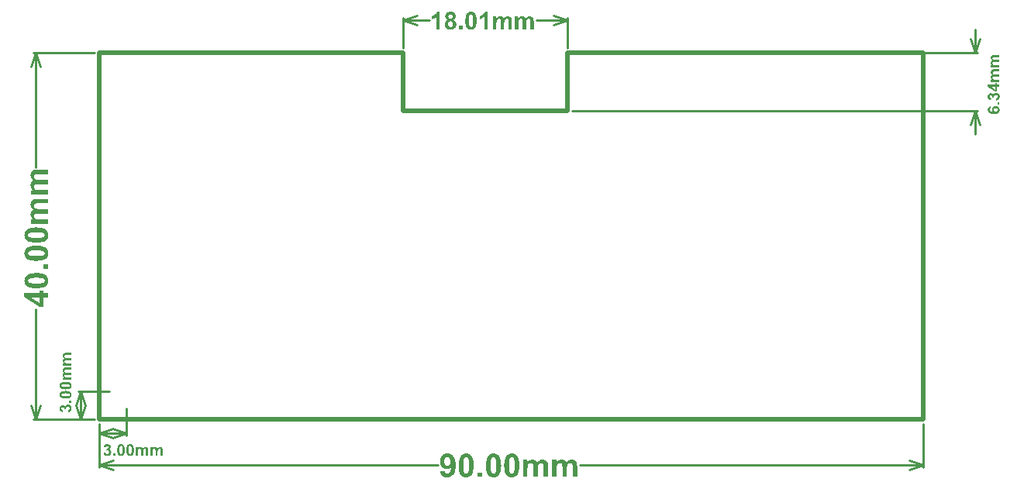
<source format=gm1>
G04 Layer_Color=16711935*
%FSLAX43Y43*%
%MOMM*%
G71*
G01*
G75*
%ADD31C,0.500*%
%ADD46C,0.254*%
G36*
X98110Y36548D02*
X98368D01*
Y36310D01*
X98110D01*
Y35785D01*
X97898D01*
X97082Y36341D01*
Y36548D01*
X97896D01*
Y36706D01*
X98110D01*
Y36548D01*
D02*
G37*
G36*
X98368Y37976D02*
X97818D01*
X97792Y37974D01*
X97765Y37972D01*
X97734Y37970D01*
X97705Y37966D01*
X97679Y37958D01*
X97668Y37954D01*
X97660Y37950D01*
X97658Y37948D01*
X97652Y37944D01*
X97642Y37935D01*
X97632Y37925D01*
X97625Y37909D01*
X97615Y37892D01*
X97609Y37870D01*
X97607Y37845D01*
Y37843D01*
Y37837D01*
X97609Y37827D01*
X97611Y37814D01*
X97615Y37798D01*
X97621Y37783D01*
X97629Y37765D01*
X97640Y37747D01*
X97642Y37745D01*
X97646Y37740D01*
X97654Y37732D01*
X97664Y37722D01*
X97675Y37712D01*
X97693Y37701D01*
X97710Y37691D01*
X97732Y37683D01*
X97734D01*
X97744Y37679D01*
X97757Y37677D01*
X97779Y37673D01*
X97806Y37669D01*
X97837Y37667D01*
X97878Y37664D01*
X98368D01*
Y37418D01*
X97816D01*
X97787Y37416D01*
X97757Y37414D01*
X97728Y37412D01*
X97705Y37408D01*
X97693Y37406D01*
X97685Y37404D01*
X97683D01*
X97679Y37402D01*
X97671Y37398D01*
X97664Y37394D01*
X97644Y37381D01*
X97627Y37363D01*
Y37361D01*
X97623Y37357D01*
X97621Y37351D01*
X97617Y37344D01*
X97613Y37334D01*
X97611Y37320D01*
X97607Y37307D01*
Y37289D01*
Y37287D01*
Y37279D01*
X97609Y37268D01*
X97611Y37254D01*
X97615Y37238D01*
X97621Y37221D01*
X97629Y37203D01*
X97638Y37186D01*
X97640Y37184D01*
X97644Y37178D01*
X97652Y37170D01*
X97662Y37160D01*
X97673Y37150D01*
X97689Y37139D01*
X97707Y37129D01*
X97728Y37121D01*
X97730D01*
X97740Y37117D01*
X97753Y37115D01*
X97773Y37111D01*
X97798Y37108D01*
X97831Y37106D01*
X97870Y37102D01*
X98368D01*
Y36856D01*
X97439D01*
Y37082D01*
X97566D01*
X97564Y37084D01*
X97560Y37088D01*
X97552Y37094D01*
X97543Y37104D01*
X97533Y37115D01*
X97519Y37129D01*
X97506Y37145D01*
X97492Y37164D01*
X97478Y37184D01*
X97467Y37205D01*
X97443Y37256D01*
X97433Y37281D01*
X97426Y37310D01*
X97422Y37340D01*
X97420Y37371D01*
Y37373D01*
Y37375D01*
Y37387D01*
X97422Y37402D01*
X97424Y37424D01*
X97430Y37449D01*
X97435Y37474D01*
X97445Y37500D01*
X97457Y37525D01*
X97459Y37529D01*
X97465Y37537D01*
X97472Y37548D01*
X97484Y37564D01*
X97500Y37582D01*
X97519Y37599D01*
X97543Y37617D01*
X97568Y37634D01*
X97564Y37636D01*
X97556Y37644D01*
X97543Y37658D01*
X97527Y37673D01*
X97508Y37693D01*
X97490Y37714D01*
X97472Y37740D01*
X97457Y37765D01*
X97455Y37769D01*
X97451Y37777D01*
X97445Y37792D01*
X97437Y37812D01*
X97432Y37833D01*
X97426Y37861D01*
X97422Y37888D01*
X97420Y37917D01*
Y37919D01*
Y37921D01*
Y37927D01*
Y37935D01*
X97422Y37952D01*
X97426Y37978D01*
X97430Y38003D01*
X97437Y38032D01*
X97449Y38061D01*
X97463Y38089D01*
X97465Y38093D01*
X97471Y38100D01*
X97480Y38114D01*
X97494Y38130D01*
X97510Y38147D01*
X97531Y38165D01*
X97556Y38182D01*
X97584Y38196D01*
X97586Y38198D01*
X97595Y38200D01*
X97609Y38204D01*
X97630Y38210D01*
X97658Y38214D01*
X97691Y38218D01*
X97730Y38219D01*
X97777Y38221D01*
X98368D01*
Y37976D01*
D02*
G37*
G36*
X98013Y35674D02*
X98028Y35672D01*
X98044Y35670D01*
X98064Y35666D01*
X98085Y35660D01*
X98130Y35645D01*
X98153Y35635D01*
X98177Y35623D01*
X98202Y35609D01*
X98225Y35592D01*
X98249Y35572D01*
X98272Y35551D01*
X98274Y35549D01*
X98278Y35545D01*
X98284Y35539D01*
X98290Y35529D01*
X98300Y35518D01*
X98309Y35502D01*
X98321Y35487D01*
X98331Y35467D01*
X98343Y35446D01*
X98354Y35422D01*
X98364Y35397D01*
X98372Y35369D01*
X98380Y35340D01*
X98385Y35311D01*
X98389Y35278D01*
X98391Y35245D01*
Y35243D01*
Y35237D01*
Y35227D01*
X98389Y35215D01*
X98387Y35200D01*
X98385Y35182D01*
X98383Y35163D01*
X98380Y35143D01*
X98368Y35096D01*
X98348Y35048D01*
X98339Y35024D01*
X98325Y34999D01*
X98309Y34975D01*
X98292Y34954D01*
X98290Y34952D01*
X98288Y34950D01*
X98282Y34944D01*
X98274Y34936D01*
X98264Y34927D01*
X98251Y34917D01*
X98237Y34907D01*
X98222Y34895D01*
X98185Y34872D01*
X98140Y34851D01*
X98089Y34833D01*
X98060Y34827D01*
X98030Y34823D01*
X98001Y35061D01*
X98005D01*
X98017Y35063D01*
X98032Y35067D01*
X98054Y35073D01*
X98075Y35081D01*
X98099Y35091D01*
X98122Y35104D01*
X98142Y35122D01*
X98144Y35124D01*
X98149Y35131D01*
X98157Y35141D01*
X98165Y35157D01*
X98173Y35174D01*
X98181Y35194D01*
X98186Y35217D01*
X98188Y35243D01*
Y35247D01*
Y35256D01*
X98185Y35270D01*
X98181Y35288D01*
X98175Y35307D01*
X98165Y35329D01*
X98151Y35350D01*
X98132Y35371D01*
X98130Y35373D01*
X98120Y35379D01*
X98108Y35389D01*
X98091Y35399D01*
X98067Y35407D01*
X98040Y35416D01*
X98009Y35422D01*
X97974Y35424D01*
X97958D01*
X97941Y35422D01*
X97919Y35418D01*
X97896Y35412D01*
X97872Y35403D01*
X97847Y35391D01*
X97826Y35373D01*
X97824Y35371D01*
X97818Y35364D01*
X97808Y35354D01*
X97798Y35338D01*
X97788Y35321D01*
X97779Y35299D01*
X97773Y35276D01*
X97771Y35250D01*
Y35249D01*
Y35243D01*
Y35233D01*
X97773Y35219D01*
X97775Y35204D01*
X97779Y35184D01*
X97785Y35163D01*
X97790Y35139D01*
X97591Y35167D01*
Y35169D01*
Y35171D01*
Y35182D01*
X97590Y35202D01*
X97588Y35223D01*
X97584Y35247D01*
X97576Y35272D01*
X97564Y35297D01*
X97551Y35319D01*
X97549Y35321D01*
X97543Y35327D01*
X97531Y35336D01*
X97517Y35346D01*
X97500Y35356D01*
X97478Y35366D01*
X97455Y35371D01*
X97428Y35373D01*
X97416D01*
X97404Y35371D01*
X97391Y35369D01*
X97375Y35364D01*
X97357Y35358D01*
X97340Y35348D01*
X97324Y35334D01*
X97322Y35332D01*
X97318Y35327D01*
X97313Y35319D01*
X97305Y35307D01*
X97297Y35291D01*
X97291Y35274D01*
X97287Y35252D01*
X97285Y35229D01*
Y35227D01*
Y35219D01*
X97287Y35208D01*
X97291Y35192D01*
X97297Y35174D01*
X97305Y35157D01*
X97314Y35137D01*
X97330Y35120D01*
X97332Y35118D01*
X97338Y35112D01*
X97348Y35106D01*
X97361Y35096D01*
X97381Y35087D01*
X97402Y35079D01*
X97428Y35071D01*
X97457Y35067D01*
X97420Y34841D01*
X97418D01*
X97414Y34843D01*
X97408D01*
X97400Y34845D01*
X97379Y34851D01*
X97352Y34858D01*
X97322Y34868D01*
X97291Y34880D01*
X97260Y34895D01*
X97233Y34911D01*
X97229Y34913D01*
X97221Y34921D01*
X97209Y34931D01*
X97192Y34946D01*
X97174Y34966D01*
X97156Y34987D01*
X97139Y35014D01*
X97123Y35044D01*
Y35046D01*
X97121Y35048D01*
X97117Y35059D01*
X97110Y35077D01*
X97102Y35100D01*
X97096Y35130D01*
X97088Y35161D01*
X97084Y35198D01*
X97082Y35237D01*
Y35239D01*
Y35245D01*
Y35254D01*
X97084Y35266D01*
X97086Y35282D01*
X97088Y35299D01*
X97092Y35321D01*
X97096Y35342D01*
X97112Y35387D01*
X97119Y35412D01*
X97131Y35436D01*
X97145Y35459D01*
X97160Y35485D01*
X97178Y35506D01*
X97199Y35527D01*
X97201Y35529D01*
X97203Y35531D01*
X97209Y35535D01*
X97215Y35541D01*
X97234Y35557D01*
X97262Y35574D01*
X97293Y35590D01*
X97328Y35606D01*
X97369Y35615D01*
X97391Y35619D01*
X97420D01*
X97428Y35617D01*
X97439D01*
X97455Y35613D01*
X97471Y35609D01*
X97488Y35604D01*
X97508Y35596D01*
X97529Y35586D01*
X97551Y35574D01*
X97574Y35559D01*
X97595Y35541D01*
X97619Y35520D01*
X97640Y35494D01*
X97662Y35467D01*
X97681Y35434D01*
Y35436D01*
X97683Y35440D01*
Y35444D01*
X97685Y35451D01*
X97693Y35473D01*
X97703Y35496D01*
X97716Y35526D01*
X97736Y35555D01*
X97759Y35582D01*
X97787Y35609D01*
X97790Y35611D01*
X97800Y35619D01*
X97818Y35631D01*
X97841Y35643D01*
X97870Y35654D01*
X97906Y35666D01*
X97943Y35674D01*
X97986Y35676D01*
X98001D01*
X98013Y35674D01*
D02*
G37*
G36*
X97991Y34193D02*
X98007Y34191D01*
X98026Y34189D01*
X98048Y34185D01*
X98071Y34181D01*
X98122Y34166D01*
X98147Y34158D01*
X98175Y34146D01*
X98200Y34133D01*
X98225Y34117D01*
X98251Y34100D01*
X98274Y34078D01*
X98276Y34076D01*
X98280Y34072D01*
X98286Y34066D01*
X98292Y34057D01*
X98302Y34047D01*
X98311Y34033D01*
X98321Y34016D01*
X98333Y33998D01*
X98344Y33979D01*
X98354Y33955D01*
X98364Y33932D01*
X98374Y33904D01*
X98380Y33877D01*
X98385Y33848D01*
X98389Y33817D01*
X98391Y33784D01*
Y33782D01*
Y33776D01*
X98389Y33764D01*
Y33750D01*
X98387Y33735D01*
X98383Y33715D01*
X98380Y33694D01*
X98372Y33670D01*
X98364Y33645D01*
X98354Y33620D01*
X98343Y33592D01*
X98327Y33567D01*
X98311Y33540D01*
X98290Y33512D01*
X98268Y33487D01*
X98241Y33464D01*
X98239Y33462D01*
X98233Y33458D01*
X98225Y33452D01*
X98212Y33444D01*
X98196Y33434D01*
X98175Y33425D01*
X98151Y33413D01*
X98122Y33403D01*
X98091Y33391D01*
X98054Y33380D01*
X98015Y33370D01*
X97970Y33360D01*
X97921Y33352D01*
X97867Y33347D01*
X97810Y33343D01*
X97748Y33341D01*
X97714D01*
X97689Y33343D01*
X97662Y33345D01*
X97627Y33349D01*
X97591Y33352D01*
X97551Y33356D01*
X97469Y33372D01*
X97426Y33382D01*
X97383Y33395D01*
X97344Y33409D01*
X97305Y33427D01*
X97270Y33446D01*
X97238Y33469D01*
X97236Y33471D01*
X97233Y33475D01*
X97225Y33483D01*
X97213Y33493D01*
X97201Y33507D01*
X97190Y33522D01*
X97174Y33540D01*
X97160Y33561D01*
X97147Y33585D01*
X97131Y33610D01*
X97119Y33637D01*
X97106Y33667D01*
X97096Y33700D01*
X97088Y33733D01*
X97084Y33770D01*
X97082Y33807D01*
Y33809D01*
Y33813D01*
Y33821D01*
X97084Y33832D01*
Y33844D01*
X97086Y33858D01*
X97092Y33893D01*
X97102Y33930D01*
X97117Y33971D01*
X97137Y34012D01*
X97164Y34049D01*
Y34051D01*
X97168Y34053D01*
X97180Y34064D01*
X97197Y34080D01*
X97225Y34100D01*
X97258Y34121D01*
X97299Y34141D01*
X97348Y34158D01*
X97402Y34172D01*
X97428Y33934D01*
X97424D01*
X97416Y33932D01*
X97402Y33928D01*
X97387Y33924D01*
X97369Y33918D01*
X97352Y33910D01*
X97334Y33901D01*
X97320Y33887D01*
X97318Y33885D01*
X97314Y33881D01*
X97309Y33873D01*
X97303Y33862D01*
X97297Y33848D01*
X97291Y33832D01*
X97287Y33815D01*
X97285Y33793D01*
Y33789D01*
X97287Y33780D01*
X97289Y33766D01*
X97293Y33748D01*
X97303Y33727D01*
X97314Y33704D01*
X97332Y33682D01*
X97355Y33661D01*
X97359Y33659D01*
X97363Y33655D01*
X97369Y33653D01*
X97379Y33649D01*
X97389Y33643D01*
X97402Y33637D01*
X97418Y33633D01*
X97435Y33627D01*
X97457Y33622D01*
X97480Y33616D01*
X97508Y33610D01*
X97537Y33606D01*
X97570Y33602D01*
X97607Y33598D01*
X97646Y33594D01*
X97644Y33596D01*
X97642Y33598D01*
X97636Y33604D01*
X97629Y33610D01*
X97611Y33631D01*
X97591Y33657D01*
X97572Y33690D01*
X97554Y33729D01*
X97541Y33774D01*
X97539Y33797D01*
X97537Y33823D01*
Y33825D01*
Y33828D01*
Y33838D01*
X97539Y33848D01*
X97541Y33862D01*
X97543Y33877D01*
X97552Y33912D01*
X97566Y33953D01*
X97576Y33975D01*
X97588Y33996D01*
X97601Y34020D01*
X97617Y34041D01*
X97634Y34062D01*
X97656Y34084D01*
X97658Y34086D01*
X97662Y34088D01*
X97668Y34094D01*
X97677Y34102D01*
X97689Y34109D01*
X97703Y34119D01*
X97718Y34129D01*
X97738Y34141D01*
X97757Y34150D01*
X97781Y34160D01*
X97806Y34170D01*
X97833Y34178D01*
X97861Y34185D01*
X97892Y34191D01*
X97925Y34193D01*
X97958Y34195D01*
X97978D01*
X97991Y34193D01*
D02*
G37*
G36*
X98368Y34386D02*
X98122D01*
Y34632D01*
X98368D01*
Y34386D01*
D02*
G37*
G36*
Y39565D02*
X97818D01*
X97792Y39564D01*
X97765Y39562D01*
X97734Y39560D01*
X97705Y39556D01*
X97679Y39548D01*
X97668Y39544D01*
X97660Y39540D01*
X97658Y39538D01*
X97652Y39534D01*
X97642Y39525D01*
X97632Y39515D01*
X97625Y39499D01*
X97615Y39482D01*
X97609Y39460D01*
X97607Y39435D01*
Y39433D01*
Y39427D01*
X97609Y39417D01*
X97611Y39404D01*
X97615Y39388D01*
X97621Y39372D01*
X97629Y39355D01*
X97640Y39337D01*
X97642Y39335D01*
X97646Y39329D01*
X97654Y39322D01*
X97664Y39312D01*
X97675Y39302D01*
X97693Y39290D01*
X97710Y39281D01*
X97732Y39273D01*
X97734D01*
X97744Y39269D01*
X97757Y39267D01*
X97779Y39263D01*
X97806Y39259D01*
X97837Y39257D01*
X97878Y39253D01*
X98368D01*
Y39008D01*
X97816D01*
X97787Y39006D01*
X97757Y39004D01*
X97728Y39002D01*
X97705Y38998D01*
X97693Y38996D01*
X97685Y38994D01*
X97683D01*
X97679Y38992D01*
X97671Y38988D01*
X97664Y38984D01*
X97644Y38971D01*
X97627Y38953D01*
Y38951D01*
X97623Y38947D01*
X97621Y38941D01*
X97617Y38933D01*
X97613Y38924D01*
X97611Y38910D01*
X97607Y38896D01*
Y38879D01*
Y38877D01*
Y38869D01*
X97609Y38857D01*
X97611Y38844D01*
X97615Y38828D01*
X97621Y38811D01*
X97629Y38793D01*
X97638Y38775D01*
X97640Y38773D01*
X97644Y38768D01*
X97652Y38760D01*
X97662Y38750D01*
X97673Y38740D01*
X97689Y38729D01*
X97707Y38719D01*
X97728Y38711D01*
X97730D01*
X97740Y38707D01*
X97753Y38705D01*
X97773Y38701D01*
X97798Y38697D01*
X97831Y38695D01*
X97870Y38692D01*
X98368D01*
Y38446D01*
X97439D01*
Y38672D01*
X97566D01*
X97564Y38674D01*
X97560Y38678D01*
X97552Y38684D01*
X97543Y38694D01*
X97533Y38705D01*
X97519Y38719D01*
X97506Y38734D01*
X97492Y38754D01*
X97478Y38773D01*
X97467Y38795D01*
X97443Y38846D01*
X97433Y38871D01*
X97426Y38900D01*
X97422Y38930D01*
X97420Y38961D01*
Y38963D01*
Y38965D01*
Y38976D01*
X97422Y38992D01*
X97424Y39013D01*
X97430Y39039D01*
X97435Y39064D01*
X97445Y39090D01*
X97457Y39115D01*
X97459Y39119D01*
X97465Y39127D01*
X97472Y39138D01*
X97484Y39154D01*
X97500Y39171D01*
X97519Y39189D01*
X97543Y39207D01*
X97568Y39224D01*
X97564Y39226D01*
X97556Y39234D01*
X97543Y39248D01*
X97527Y39263D01*
X97508Y39283D01*
X97490Y39304D01*
X97472Y39329D01*
X97457Y39355D01*
X97455Y39359D01*
X97451Y39367D01*
X97445Y39382D01*
X97437Y39402D01*
X97432Y39423D01*
X97426Y39450D01*
X97422Y39478D01*
X97420Y39507D01*
Y39509D01*
Y39511D01*
Y39517D01*
Y39525D01*
X97422Y39542D01*
X97426Y39567D01*
X97430Y39593D01*
X97437Y39622D01*
X97449Y39651D01*
X97463Y39679D01*
X97465Y39683D01*
X97471Y39690D01*
X97480Y39704D01*
X97494Y39720D01*
X97510Y39737D01*
X97531Y39755D01*
X97556Y39772D01*
X97584Y39786D01*
X97586Y39788D01*
X97595Y39790D01*
X97609Y39794D01*
X97630Y39800D01*
X97658Y39803D01*
X97691Y39807D01*
X97730Y39809D01*
X97777Y39811D01*
X98368D01*
Y39565D01*
D02*
G37*
G36*
X39720Y42592D02*
X39351D01*
Y42961D01*
X39720D01*
Y42592D01*
D02*
G37*
G36*
X42461D02*
X42092D01*
Y43981D01*
X42089Y43978D01*
X42083Y43972D01*
X42071Y43963D01*
X42057Y43948D01*
X42036Y43934D01*
X42013Y43916D01*
X41986Y43896D01*
X41954Y43875D01*
X41922Y43852D01*
X41884Y43828D01*
X41805Y43784D01*
X41714Y43740D01*
X41614Y43702D01*
Y44036D01*
X41617D01*
X41620Y44039D01*
X41629Y44042D01*
X41641Y44045D01*
X41670Y44057D01*
X41708Y44077D01*
X41755Y44101D01*
X41808Y44133D01*
X41866Y44168D01*
X41928Y44215D01*
X41931Y44218D01*
X41937Y44221D01*
X41945Y44230D01*
X41954Y44238D01*
X41983Y44265D01*
X42021Y44303D01*
X42060Y44347D01*
X42098Y44399D01*
X42133Y44458D01*
X42159Y44522D01*
X42461D01*
Y42592D01*
D02*
G37*
G36*
X37233D02*
X36864D01*
Y43981D01*
X36861Y43978D01*
X36855Y43972D01*
X36844Y43963D01*
X36829Y43948D01*
X36809Y43934D01*
X36785Y43916D01*
X36759Y43896D01*
X36727Y43875D01*
X36694Y43852D01*
X36656Y43828D01*
X36577Y43784D01*
X36486Y43740D01*
X36387Y43702D01*
Y44036D01*
X36390D01*
X36393Y44039D01*
X36401Y44042D01*
X36413Y44045D01*
X36442Y44057D01*
X36481Y44077D01*
X36527Y44101D01*
X36580Y44133D01*
X36639Y44168D01*
X36700Y44215D01*
X36703Y44218D01*
X36709Y44221D01*
X36718Y44230D01*
X36727Y44238D01*
X36756Y44265D01*
X36794Y44303D01*
X36832Y44347D01*
X36870Y44399D01*
X36905Y44458D01*
X36932Y44522D01*
X37233D01*
Y42592D01*
D02*
G37*
G36*
X38446Y44519D02*
X38469D01*
X38495Y44517D01*
X38525Y44511D01*
X38557Y44505D01*
X38624Y44487D01*
X38695Y44464D01*
X38765Y44429D01*
X38797Y44405D01*
X38826Y44382D01*
X38829Y44379D01*
X38832Y44376D01*
X38841Y44367D01*
X38850Y44355D01*
X38873Y44326D01*
X38903Y44285D01*
X38932Y44232D01*
X38955Y44171D01*
X38973Y44104D01*
X38976Y44066D01*
X38979Y44025D01*
Y44019D01*
Y44001D01*
X38976Y43978D01*
X38970Y43945D01*
X38961Y43907D01*
X38949Y43869D01*
X38932Y43828D01*
X38908Y43787D01*
X38905Y43781D01*
X38897Y43770D01*
X38879Y43752D01*
X38859Y43729D01*
X38829Y43702D01*
X38797Y43676D01*
X38756Y43653D01*
X38712Y43629D01*
X38715D01*
X38718Y43626D01*
X38727Y43623D01*
X38739Y43617D01*
X38768Y43603D01*
X38803Y43582D01*
X38841Y43556D01*
X38882Y43524D01*
X38920Y43486D01*
X38955Y43442D01*
X38958Y43436D01*
X38970Y43421D01*
X38982Y43395D01*
X38999Y43360D01*
X39014Y43319D01*
X39028Y43269D01*
X39037Y43213D01*
X39040Y43155D01*
Y43152D01*
Y43143D01*
Y43128D01*
X39037Y43111D01*
X39034Y43087D01*
X39031Y43061D01*
X39026Y43032D01*
X39020Y43000D01*
X38999Y42932D01*
X38985Y42897D01*
X38967Y42859D01*
X38946Y42824D01*
X38926Y42789D01*
X38897Y42754D01*
X38867Y42721D01*
X38864Y42718D01*
X38859Y42715D01*
X38850Y42707D01*
X38835Y42695D01*
X38821Y42683D01*
X38800Y42669D01*
X38774Y42654D01*
X38747Y42639D01*
X38718Y42625D01*
X38683Y42610D01*
X38645Y42595D01*
X38607Y42584D01*
X38563Y42572D01*
X38516Y42563D01*
X38469Y42560D01*
X38416Y42557D01*
X38390D01*
X38372Y42560D01*
X38349D01*
X38323Y42566D01*
X38293Y42569D01*
X38264Y42575D01*
X38194Y42592D01*
X38121Y42616D01*
X38047Y42651D01*
X38012Y42672D01*
X37980Y42695D01*
X37977Y42698D01*
X37971Y42704D01*
X37962Y42713D01*
X37948Y42724D01*
X37933Y42742D01*
X37916Y42762D01*
X37898Y42786D01*
X37878Y42812D01*
X37860Y42841D01*
X37839Y42874D01*
X37822Y42912D01*
X37807Y42950D01*
X37793Y42994D01*
X37784Y43041D01*
X37778Y43087D01*
X37775Y43140D01*
Y43143D01*
Y43146D01*
Y43155D01*
Y43166D01*
X37778Y43196D01*
X37784Y43234D01*
X37793Y43278D01*
X37807Y43328D01*
X37825Y43377D01*
X37851Y43427D01*
Y43430D01*
X37854Y43433D01*
X37866Y43448D01*
X37883Y43474D01*
X37910Y43503D01*
X37945Y43535D01*
X37986Y43568D01*
X38036Y43600D01*
X38094Y43629D01*
X38091D01*
X38088Y43632D01*
X38071Y43641D01*
X38047Y43653D01*
X38015Y43673D01*
X37983Y43694D01*
X37948Y43723D01*
X37916Y43755D01*
X37889Y43793D01*
X37886Y43799D01*
X37880Y43811D01*
X37869Y43834D01*
X37857Y43861D01*
X37845Y43896D01*
X37834Y43937D01*
X37828Y43978D01*
X37825Y44025D01*
Y44027D01*
Y44033D01*
Y44045D01*
X37828Y44060D01*
X37831Y44080D01*
X37834Y44101D01*
X37842Y44150D01*
X37860Y44206D01*
X37889Y44268D01*
X37904Y44297D01*
X37924Y44326D01*
X37948Y44355D01*
X37974Y44382D01*
X37977Y44385D01*
X37980Y44388D01*
X37989Y44394D01*
X38001Y44405D01*
X38018Y44414D01*
X38036Y44426D01*
X38059Y44440D01*
X38083Y44452D01*
X38112Y44467D01*
X38144Y44478D01*
X38179Y44490D01*
X38217Y44502D01*
X38258Y44511D01*
X38302Y44517D01*
X38352Y44519D01*
X38402Y44522D01*
X38428D01*
X38446Y44519D01*
D02*
G37*
G36*
X40692D02*
X40715Y44517D01*
X40742Y44511D01*
X40771Y44505D01*
X40803Y44496D01*
X40838Y44487D01*
X40873Y44473D01*
X40912Y44458D01*
X40947Y44437D01*
X40982Y44414D01*
X41017Y44388D01*
X41049Y44355D01*
X41081Y44320D01*
X41084Y44317D01*
X41090Y44309D01*
X41099Y44294D01*
X41111Y44276D01*
X41125Y44250D01*
X41140Y44218D01*
X41158Y44180D01*
X41175Y44136D01*
X41193Y44083D01*
X41210Y44027D01*
X41225Y43963D01*
X41240Y43893D01*
X41251Y43814D01*
X41260Y43729D01*
X41266Y43638D01*
X41269Y43538D01*
Y43535D01*
Y43533D01*
Y43515D01*
Y43486D01*
X41266Y43451D01*
X41263Y43404D01*
X41260Y43354D01*
X41254Y43295D01*
X41245Y43234D01*
X41222Y43105D01*
X41207Y43041D01*
X41190Y42976D01*
X41166Y42915D01*
X41140Y42856D01*
X41111Y42800D01*
X41078Y42754D01*
X41076Y42751D01*
X41073Y42745D01*
X41064Y42736D01*
X41049Y42724D01*
X41035Y42707D01*
X41014Y42692D01*
X40994Y42674D01*
X40967Y42657D01*
X40938Y42636D01*
X40906Y42619D01*
X40868Y42604D01*
X40830Y42590D01*
X40789Y42575D01*
X40745Y42566D01*
X40695Y42560D01*
X40645Y42557D01*
X40633D01*
X40619Y42560D01*
X40598D01*
X40575Y42563D01*
X40548Y42569D01*
X40516Y42575D01*
X40484Y42584D01*
X40449Y42595D01*
X40411Y42610D01*
X40373Y42628D01*
X40335Y42648D01*
X40297Y42672D01*
X40261Y42701D01*
X40223Y42733D01*
X40191Y42771D01*
X40188Y42774D01*
X40185Y42783D01*
X40176Y42795D01*
X40165Y42815D01*
X40153Y42838D01*
X40138Y42868D01*
X40121Y42906D01*
X40106Y42950D01*
X40092Y43000D01*
X40074Y43055D01*
X40059Y43117D01*
X40048Y43187D01*
X40036Y43266D01*
X40030Y43348D01*
X40024Y43442D01*
X40021Y43541D01*
Y43544D01*
Y43547D01*
Y43565D01*
Y43594D01*
X40024Y43629D01*
X40027Y43676D01*
X40030Y43726D01*
X40036Y43781D01*
X40045Y43843D01*
X40068Y43972D01*
X40083Y44036D01*
X40100Y44101D01*
X40121Y44162D01*
X40147Y44221D01*
X40176Y44276D01*
X40209Y44323D01*
X40212Y44326D01*
X40215Y44332D01*
X40226Y44341D01*
X40238Y44355D01*
X40253Y44370D01*
X40273Y44388D01*
X40297Y44405D01*
X40323Y44423D01*
X40352Y44440D01*
X40384Y44461D01*
X40420Y44476D01*
X40458Y44490D01*
X40502Y44505D01*
X40545Y44514D01*
X40595Y44519D01*
X40645Y44522D01*
X40671D01*
X40692Y44519D01*
D02*
G37*
G36*
X6711Y-3054D02*
X6736Y-3058D01*
X6762Y-3062D01*
X6791Y-3070D01*
X6820Y-3081D01*
X6848Y-3095D01*
X6852Y-3097D01*
X6859Y-3103D01*
X6873Y-3112D01*
X6889Y-3126D01*
X6906Y-3142D01*
X6924Y-3163D01*
X6941Y-3188D01*
X6955Y-3216D01*
X6957Y-3218D01*
X6959Y-3228D01*
X6963Y-3241D01*
X6969Y-3263D01*
X6972Y-3290D01*
X6976Y-3323D01*
X6978Y-3362D01*
X6980Y-3409D01*
Y-4000D01*
X6734D01*
Y-3471D01*
Y-3469D01*
Y-3466D01*
Y-3458D01*
Y-3450D01*
X6733Y-3425D01*
X6731Y-3397D01*
X6729Y-3366D01*
X6725Y-3337D01*
X6717Y-3311D01*
X6713Y-3300D01*
X6709Y-3292D01*
X6707Y-3290D01*
X6703Y-3284D01*
X6694Y-3274D01*
X6684Y-3265D01*
X6668Y-3257D01*
X6651Y-3247D01*
X6629Y-3241D01*
X6604Y-3239D01*
X6596D01*
X6586Y-3241D01*
X6573Y-3243D01*
X6557Y-3247D01*
X6541Y-3253D01*
X6524Y-3261D01*
X6506Y-3272D01*
X6504Y-3274D01*
X6498Y-3278D01*
X6491Y-3286D01*
X6481Y-3296D01*
X6471Y-3307D01*
X6459Y-3325D01*
X6450Y-3343D01*
X6442Y-3364D01*
Y-3366D01*
X6438Y-3376D01*
X6436Y-3389D01*
X6432Y-3411D01*
X6428Y-3438D01*
X6426Y-3469D01*
X6422Y-3510D01*
Y-3555D01*
Y-4000D01*
X6177D01*
Y-3493D01*
Y-3491D01*
Y-3487D01*
Y-3479D01*
Y-3471D01*
Y-3448D01*
X6175Y-3419D01*
X6173Y-3389D01*
X6171Y-3360D01*
X6167Y-3337D01*
X6165Y-3325D01*
X6163Y-3317D01*
Y-3315D01*
X6161Y-3311D01*
X6157Y-3304D01*
X6153Y-3296D01*
X6140Y-3276D01*
X6122Y-3259D01*
X6120D01*
X6116Y-3255D01*
X6110Y-3253D01*
X6102Y-3249D01*
X6093Y-3245D01*
X6079Y-3243D01*
X6065Y-3239D01*
X6038D01*
X6026Y-3241D01*
X6013Y-3243D01*
X5997Y-3247D01*
X5980Y-3253D01*
X5962Y-3261D01*
X5944Y-3270D01*
X5943Y-3272D01*
X5937Y-3276D01*
X5929Y-3284D01*
X5919Y-3294D01*
X5909Y-3306D01*
X5898Y-3321D01*
X5888Y-3339D01*
X5880Y-3360D01*
Y-3362D01*
X5876Y-3372D01*
X5874Y-3386D01*
X5870Y-3405D01*
X5866Y-3430D01*
X5864Y-3464D01*
X5861Y-3503D01*
Y-3549D01*
Y-4000D01*
X5615D01*
Y-3071D01*
X5841D01*
Y-3198D01*
X5843Y-3196D01*
X5847Y-3192D01*
X5853Y-3185D01*
X5863Y-3175D01*
X5874Y-3165D01*
X5888Y-3151D01*
X5903Y-3138D01*
X5923Y-3124D01*
X5943Y-3110D01*
X5964Y-3099D01*
X6015Y-3075D01*
X6040Y-3066D01*
X6069Y-3058D01*
X6099Y-3054D01*
X6130Y-3052D01*
X6145D01*
X6161Y-3054D01*
X6182Y-3056D01*
X6208Y-3062D01*
X6233Y-3068D01*
X6259Y-3077D01*
X6284Y-3089D01*
X6288Y-3091D01*
X6296Y-3097D01*
X6307Y-3105D01*
X6323Y-3116D01*
X6340Y-3132D01*
X6358Y-3151D01*
X6376Y-3175D01*
X6393Y-3200D01*
X6395Y-3196D01*
X6403Y-3188D01*
X6417Y-3175D01*
X6432Y-3159D01*
X6452Y-3140D01*
X6473Y-3122D01*
X6498Y-3105D01*
X6524Y-3089D01*
X6528Y-3087D01*
X6536Y-3083D01*
X6551Y-3077D01*
X6571Y-3070D01*
X6592Y-3064D01*
X6619Y-3058D01*
X6647Y-3054D01*
X6676Y-3052D01*
X6694D01*
X6711Y-3054D01*
D02*
G37*
G36*
X-3572Y4079D02*
X-3540Y4077D01*
X-3507Y4075D01*
X-3468Y4071D01*
X-3427Y4066D01*
X-3341Y4050D01*
X-3298Y4040D01*
X-3256Y4028D01*
X-3215Y4013D01*
X-3176Y3995D01*
X-3138Y3976D01*
X-3107Y3954D01*
X-3105Y3952D01*
X-3101Y3950D01*
X-3096Y3945D01*
X-3088Y3935D01*
X-3076Y3925D01*
X-3066Y3911D01*
X-3055Y3898D01*
X-3043Y3880D01*
X-3029Y3861D01*
X-3018Y3839D01*
X-3008Y3814D01*
X-2998Y3789D01*
X-2988Y3761D01*
X-2982Y3732D01*
X-2979Y3699D01*
X-2977Y3666D01*
Y3664D01*
Y3658D01*
X-2979Y3648D01*
Y3634D01*
X-2980Y3619D01*
X-2984Y3601D01*
X-2988Y3580D01*
X-2994Y3558D01*
X-3002Y3535D01*
X-3012Y3510D01*
X-3023Y3484D01*
X-3037Y3459D01*
X-3053Y3433D01*
X-3072Y3410D01*
X-3094Y3385D01*
X-3119Y3363D01*
X-3121Y3361D01*
X-3127Y3359D01*
X-3135Y3353D01*
X-3148Y3346D01*
X-3164Y3338D01*
X-3183Y3328D01*
X-3209Y3316D01*
X-3238Y3307D01*
X-3271Y3297D01*
X-3308Y3285D01*
X-3349Y3275D01*
X-3396Y3268D01*
X-3449Y3260D01*
X-3503Y3256D01*
X-3566Y3252D01*
X-3632Y3250D01*
X-3667D01*
X-3691Y3252D01*
X-3722Y3254D01*
X-3755Y3256D01*
X-3792Y3260D01*
X-3833Y3266D01*
X-3919Y3281D01*
X-3962Y3291D01*
X-4005Y3303D01*
X-4046Y3316D01*
X-4085Y3334D01*
X-4122Y3353D01*
X-4153Y3375D01*
X-4155Y3377D01*
X-4159Y3379D01*
X-4165Y3387D01*
X-4174Y3394D01*
X-4184Y3404D01*
X-4196Y3418D01*
X-4207Y3433D01*
X-4219Y3451D01*
X-4231Y3471D01*
X-4245Y3492D01*
X-4254Y3515D01*
X-4264Y3541D01*
X-4274Y3570D01*
X-4280Y3599D01*
X-4284Y3632D01*
X-4286Y3666D01*
Y3668D01*
Y3673D01*
Y3683D01*
X-4284Y3697D01*
X-4282Y3712D01*
X-4278Y3730D01*
X-4274Y3749D01*
X-4268Y3771D01*
X-4262Y3794D01*
X-4252Y3818D01*
X-4243Y3843D01*
X-4229Y3867D01*
X-4213Y3890D01*
X-4196Y3913D01*
X-4174Y3935D01*
X-4151Y3956D01*
X-4149Y3958D01*
X-4143Y3962D01*
X-4133Y3968D01*
X-4122Y3976D01*
X-4104Y3986D01*
X-4083Y3995D01*
X-4057Y4007D01*
X-4028Y4019D01*
X-3993Y4030D01*
X-3956Y4042D01*
X-3913Y4052D01*
X-3866Y4062D01*
X-3813Y4069D01*
X-3757Y4075D01*
X-3696Y4079D01*
X-3630Y4081D01*
X-3595D01*
X-3572Y4079D01*
D02*
G37*
G36*
X-3000Y5398D02*
X-3550D01*
X-3575Y5396D01*
X-3603Y5394D01*
X-3634Y5392D01*
X-3663Y5388D01*
X-3689Y5380D01*
X-3700Y5376D01*
X-3708Y5372D01*
X-3710Y5371D01*
X-3716Y5367D01*
X-3726Y5357D01*
X-3735Y5347D01*
X-3743Y5332D01*
X-3753Y5314D01*
X-3759Y5293D01*
X-3761Y5267D01*
Y5265D01*
Y5259D01*
X-3759Y5250D01*
X-3757Y5236D01*
X-3753Y5220D01*
X-3747Y5205D01*
X-3739Y5187D01*
X-3728Y5170D01*
X-3726Y5168D01*
X-3722Y5162D01*
X-3714Y5154D01*
X-3704Y5144D01*
X-3693Y5135D01*
X-3675Y5123D01*
X-3657Y5113D01*
X-3636Y5105D01*
X-3634D01*
X-3624Y5101D01*
X-3611Y5099D01*
X-3589Y5095D01*
X-3562Y5092D01*
X-3531Y5090D01*
X-3490Y5086D01*
X-3000D01*
Y4840D01*
X-3552D01*
X-3581Y4838D01*
X-3611Y4836D01*
X-3640Y4834D01*
X-3663Y4830D01*
X-3675Y4828D01*
X-3683Y4826D01*
X-3685D01*
X-3689Y4824D01*
X-3696Y4820D01*
X-3704Y4817D01*
X-3724Y4803D01*
X-3741Y4785D01*
Y4783D01*
X-3745Y4779D01*
X-3747Y4774D01*
X-3751Y4766D01*
X-3755Y4756D01*
X-3757Y4742D01*
X-3761Y4729D01*
Y4711D01*
Y4709D01*
Y4701D01*
X-3759Y4690D01*
X-3757Y4676D01*
X-3753Y4660D01*
X-3747Y4643D01*
X-3739Y4625D01*
X-3730Y4608D01*
X-3728Y4606D01*
X-3724Y4600D01*
X-3716Y4592D01*
X-3706Y4582D01*
X-3694Y4573D01*
X-3679Y4561D01*
X-3661Y4551D01*
X-3640Y4543D01*
X-3638D01*
X-3628Y4540D01*
X-3614Y4538D01*
X-3595Y4534D01*
X-3570Y4530D01*
X-3536Y4528D01*
X-3497Y4524D01*
X-3000D01*
Y4278D01*
X-3929D01*
Y4504D01*
X-3802D01*
X-3804Y4506D01*
X-3808Y4510D01*
X-3815Y4516D01*
X-3825Y4526D01*
X-3835Y4538D01*
X-3849Y4551D01*
X-3862Y4567D01*
X-3876Y4586D01*
X-3890Y4606D01*
X-3901Y4627D01*
X-3925Y4678D01*
X-3934Y4703D01*
X-3942Y4733D01*
X-3946Y4762D01*
X-3948Y4793D01*
Y4795D01*
Y4797D01*
Y4809D01*
X-3946Y4824D01*
X-3944Y4846D01*
X-3938Y4871D01*
X-3932Y4897D01*
X-3923Y4922D01*
X-3911Y4947D01*
X-3909Y4951D01*
X-3903Y4959D01*
X-3895Y4971D01*
X-3884Y4986D01*
X-3868Y5004D01*
X-3849Y5021D01*
X-3825Y5039D01*
X-3800Y5056D01*
X-3804Y5058D01*
X-3812Y5066D01*
X-3825Y5080D01*
X-3841Y5095D01*
X-3860Y5115D01*
X-3878Y5136D01*
X-3895Y5162D01*
X-3911Y5187D01*
X-3913Y5191D01*
X-3917Y5199D01*
X-3923Y5214D01*
X-3930Y5234D01*
X-3936Y5255D01*
X-3942Y5283D01*
X-3946Y5310D01*
X-3948Y5339D01*
Y5341D01*
Y5343D01*
Y5349D01*
Y5357D01*
X-3946Y5374D01*
X-3942Y5400D01*
X-3938Y5425D01*
X-3930Y5454D01*
X-3919Y5484D01*
X-3905Y5511D01*
X-3903Y5515D01*
X-3897Y5523D01*
X-3888Y5536D01*
X-3874Y5552D01*
X-3858Y5570D01*
X-3837Y5587D01*
X-3812Y5605D01*
X-3784Y5618D01*
X-3782Y5620D01*
X-3772Y5622D01*
X-3759Y5626D01*
X-3737Y5632D01*
X-3710Y5636D01*
X-3677Y5640D01*
X-3638Y5642D01*
X-3591Y5644D01*
X-3000D01*
Y5398D01*
D02*
G37*
G36*
X-3572Y3084D02*
X-3540Y3082D01*
X-3507Y3080D01*
X-3468Y3076D01*
X-3427Y3071D01*
X-3341Y3055D01*
X-3298Y3045D01*
X-3256Y3034D01*
X-3215Y3018D01*
X-3176Y3000D01*
X-3138Y2981D01*
X-3107Y2959D01*
X-3105Y2957D01*
X-3101Y2956D01*
X-3096Y2950D01*
X-3088Y2940D01*
X-3076Y2930D01*
X-3066Y2917D01*
X-3055Y2903D01*
X-3043Y2885D01*
X-3029Y2866D01*
X-3018Y2844D01*
X-3008Y2819D01*
X-2998Y2794D01*
X-2988Y2766D01*
X-2982Y2737D01*
X-2979Y2704D01*
X-2977Y2671D01*
Y2669D01*
Y2663D01*
X-2979Y2653D01*
Y2640D01*
X-2980Y2624D01*
X-2984Y2606D01*
X-2988Y2585D01*
X-2994Y2563D01*
X-3002Y2540D01*
X-3012Y2515D01*
X-3023Y2489D01*
X-3037Y2464D01*
X-3053Y2439D01*
X-3072Y2415D01*
X-3094Y2390D01*
X-3119Y2368D01*
X-3121Y2366D01*
X-3127Y2364D01*
X-3135Y2359D01*
X-3148Y2351D01*
X-3164Y2343D01*
X-3183Y2333D01*
X-3209Y2322D01*
X-3238Y2312D01*
X-3271Y2302D01*
X-3308Y2290D01*
X-3349Y2281D01*
X-3396Y2273D01*
X-3449Y2265D01*
X-3503Y2261D01*
X-3566Y2257D01*
X-3632Y2255D01*
X-3667D01*
X-3691Y2257D01*
X-3722Y2259D01*
X-3755Y2261D01*
X-3792Y2265D01*
X-3833Y2271D01*
X-3919Y2286D01*
X-3962Y2296D01*
X-4005Y2308D01*
X-4046Y2322D01*
X-4085Y2339D01*
X-4122Y2359D01*
X-4153Y2380D01*
X-4155Y2382D01*
X-4159Y2384D01*
X-4165Y2392D01*
X-4174Y2400D01*
X-4184Y2409D01*
X-4196Y2423D01*
X-4207Y2439D01*
X-4219Y2456D01*
X-4231Y2476D01*
X-4245Y2497D01*
X-4254Y2521D01*
X-4264Y2546D01*
X-4274Y2575D01*
X-4280Y2604D01*
X-4284Y2638D01*
X-4286Y2671D01*
Y2673D01*
Y2679D01*
Y2688D01*
X-4284Y2702D01*
X-4282Y2718D01*
X-4278Y2735D01*
X-4274Y2755D01*
X-4268Y2776D01*
X-4262Y2799D01*
X-4252Y2823D01*
X-4243Y2848D01*
X-4229Y2872D01*
X-4213Y2895D01*
X-4196Y2918D01*
X-4174Y2940D01*
X-4151Y2961D01*
X-4149Y2963D01*
X-4143Y2967D01*
X-4133Y2973D01*
X-4122Y2981D01*
X-4104Y2991D01*
X-4083Y3000D01*
X-4057Y3012D01*
X-4028Y3024D01*
X-3993Y3036D01*
X-3956Y3047D01*
X-3913Y3057D01*
X-3866Y3067D01*
X-3813Y3075D01*
X-3757Y3080D01*
X-3696Y3084D01*
X-3630Y3086D01*
X-3595D01*
X-3572Y3084D01*
D02*
G37*
G36*
X-3355Y1604D02*
X-3339Y1602D01*
X-3324Y1600D01*
X-3304Y1596D01*
X-3283Y1590D01*
X-3238Y1574D01*
X-3215Y1565D01*
X-3191Y1553D01*
X-3166Y1539D01*
X-3142Y1522D01*
X-3119Y1502D01*
X-3096Y1481D01*
X-3094Y1479D01*
X-3090Y1475D01*
X-3084Y1469D01*
X-3078Y1459D01*
X-3068Y1448D01*
X-3059Y1432D01*
X-3047Y1416D01*
X-3037Y1397D01*
X-3025Y1375D01*
X-3014Y1352D01*
X-3004Y1327D01*
X-2996Y1299D01*
X-2988Y1270D01*
X-2982Y1241D01*
X-2979Y1208D01*
X-2977Y1175D01*
Y1173D01*
Y1167D01*
Y1157D01*
X-2979Y1145D01*
X-2980Y1130D01*
X-2982Y1112D01*
X-2984Y1093D01*
X-2988Y1073D01*
X-3000Y1026D01*
X-3020Y978D01*
X-3029Y954D01*
X-3043Y929D01*
X-3059Y905D01*
X-3076Y884D01*
X-3078Y882D01*
X-3080Y880D01*
X-3086Y874D01*
X-3094Y866D01*
X-3103Y857D01*
X-3117Y847D01*
X-3131Y837D01*
X-3146Y825D01*
X-3183Y802D01*
X-3228Y780D01*
X-3279Y763D01*
X-3308Y757D01*
X-3337Y753D01*
X-3367Y991D01*
X-3363D01*
X-3351Y993D01*
X-3336Y997D01*
X-3314Y1003D01*
X-3293Y1011D01*
X-3269Y1020D01*
X-3246Y1034D01*
X-3226Y1052D01*
X-3224Y1054D01*
X-3218Y1061D01*
X-3211Y1071D01*
X-3203Y1087D01*
X-3195Y1104D01*
X-3187Y1124D01*
X-3181Y1147D01*
X-3179Y1173D01*
Y1176D01*
Y1186D01*
X-3183Y1200D01*
X-3187Y1217D01*
X-3193Y1237D01*
X-3203Y1258D01*
X-3217Y1280D01*
X-3236Y1301D01*
X-3238Y1303D01*
X-3248Y1309D01*
X-3259Y1319D01*
X-3277Y1329D01*
X-3300Y1336D01*
X-3328Y1346D01*
X-3359Y1352D01*
X-3394Y1354D01*
X-3410D01*
X-3427Y1352D01*
X-3449Y1348D01*
X-3472Y1342D01*
X-3495Y1333D01*
X-3521Y1321D01*
X-3542Y1303D01*
X-3544Y1301D01*
X-3550Y1294D01*
X-3560Y1284D01*
X-3570Y1268D01*
X-3579Y1251D01*
X-3589Y1229D01*
X-3595Y1206D01*
X-3597Y1180D01*
Y1178D01*
Y1173D01*
Y1163D01*
X-3595Y1149D01*
X-3593Y1134D01*
X-3589Y1114D01*
X-3583Y1093D01*
X-3577Y1069D01*
X-3776Y1097D01*
Y1098D01*
Y1100D01*
Y1112D01*
X-3778Y1132D01*
X-3780Y1153D01*
X-3784Y1176D01*
X-3792Y1202D01*
X-3804Y1227D01*
X-3817Y1249D01*
X-3819Y1251D01*
X-3825Y1256D01*
X-3837Y1266D01*
X-3851Y1276D01*
X-3868Y1286D01*
X-3890Y1295D01*
X-3913Y1301D01*
X-3940Y1303D01*
X-3952D01*
X-3964Y1301D01*
X-3977Y1299D01*
X-3993Y1294D01*
X-4010Y1288D01*
X-4028Y1278D01*
X-4044Y1264D01*
X-4046Y1262D01*
X-4049Y1256D01*
X-4055Y1249D01*
X-4063Y1237D01*
X-4071Y1221D01*
X-4077Y1204D01*
X-4081Y1182D01*
X-4083Y1159D01*
Y1157D01*
Y1149D01*
X-4081Y1137D01*
X-4077Y1122D01*
X-4071Y1104D01*
X-4063Y1087D01*
X-4053Y1067D01*
X-4038Y1050D01*
X-4036Y1048D01*
X-4030Y1042D01*
X-4020Y1036D01*
X-4007Y1026D01*
X-3987Y1017D01*
X-3966Y1009D01*
X-3940Y1001D01*
X-3911Y997D01*
X-3948Y771D01*
X-3950D01*
X-3954Y773D01*
X-3960D01*
X-3968Y775D01*
X-3989Y780D01*
X-4016Y788D01*
X-4046Y798D01*
X-4077Y810D01*
X-4108Y825D01*
X-4135Y841D01*
X-4139Y843D01*
X-4147Y851D01*
X-4159Y860D01*
X-4176Y876D01*
X-4194Y896D01*
X-4211Y917D01*
X-4229Y944D01*
X-4245Y974D01*
Y976D01*
X-4247Y978D01*
X-4250Y989D01*
X-4258Y1007D01*
X-4266Y1030D01*
X-4272Y1059D01*
X-4280Y1091D01*
X-4284Y1128D01*
X-4286Y1167D01*
Y1169D01*
Y1175D01*
Y1184D01*
X-4284Y1196D01*
X-4282Y1212D01*
X-4280Y1229D01*
X-4276Y1251D01*
X-4272Y1272D01*
X-4256Y1317D01*
X-4248Y1342D01*
X-4237Y1366D01*
X-4223Y1389D01*
X-4207Y1414D01*
X-4190Y1436D01*
X-4168Y1457D01*
X-4167Y1459D01*
X-4165Y1461D01*
X-4159Y1465D01*
X-4153Y1471D01*
X-4133Y1487D01*
X-4106Y1504D01*
X-4075Y1520D01*
X-4040Y1535D01*
X-3999Y1545D01*
X-3977Y1549D01*
X-3948D01*
X-3940Y1547D01*
X-3929D01*
X-3913Y1543D01*
X-3897Y1539D01*
X-3880Y1533D01*
X-3860Y1526D01*
X-3839Y1516D01*
X-3817Y1504D01*
X-3794Y1489D01*
X-3772Y1471D01*
X-3749Y1450D01*
X-3728Y1424D01*
X-3706Y1397D01*
X-3687Y1364D01*
Y1366D01*
X-3685Y1370D01*
Y1374D01*
X-3683Y1381D01*
X-3675Y1403D01*
X-3665Y1426D01*
X-3652Y1455D01*
X-3632Y1485D01*
X-3609Y1512D01*
X-3581Y1539D01*
X-3577Y1541D01*
X-3568Y1549D01*
X-3550Y1561D01*
X-3527Y1572D01*
X-3497Y1584D01*
X-3462Y1596D01*
X-3425Y1604D01*
X-3382Y1606D01*
X-3367D01*
X-3355Y1604D01*
D02*
G37*
G36*
X-3000Y1809D02*
X-3246D01*
Y2054D01*
X-3000D01*
Y1809D01*
D02*
G37*
G36*
Y6988D02*
X-3550D01*
X-3575Y6986D01*
X-3603Y6984D01*
X-3634Y6982D01*
X-3663Y6978D01*
X-3689Y6970D01*
X-3700Y6966D01*
X-3708Y6962D01*
X-3710Y6960D01*
X-3716Y6956D01*
X-3726Y6947D01*
X-3735Y6937D01*
X-3743Y6921D01*
X-3753Y6904D01*
X-3759Y6882D01*
X-3761Y6857D01*
Y6855D01*
Y6849D01*
X-3759Y6839D01*
X-3757Y6826D01*
X-3753Y6810D01*
X-3747Y6795D01*
X-3739Y6777D01*
X-3728Y6759D01*
X-3726Y6758D01*
X-3722Y6752D01*
X-3714Y6744D01*
X-3704Y6734D01*
X-3693Y6724D01*
X-3675Y6713D01*
X-3657Y6703D01*
X-3636Y6695D01*
X-3634D01*
X-3624Y6691D01*
X-3611Y6689D01*
X-3589Y6685D01*
X-3562Y6681D01*
X-3531Y6679D01*
X-3490Y6676D01*
X-3000D01*
Y6430D01*
X-3552D01*
X-3581Y6428D01*
X-3611Y6426D01*
X-3640Y6424D01*
X-3663Y6420D01*
X-3675Y6418D01*
X-3683Y6416D01*
X-3685D01*
X-3689Y6414D01*
X-3696Y6410D01*
X-3704Y6406D01*
X-3724Y6393D01*
X-3741Y6375D01*
Y6373D01*
X-3745Y6369D01*
X-3747Y6363D01*
X-3751Y6356D01*
X-3755Y6346D01*
X-3757Y6332D01*
X-3761Y6319D01*
Y6301D01*
Y6299D01*
Y6291D01*
X-3759Y6280D01*
X-3757Y6266D01*
X-3753Y6250D01*
X-3747Y6233D01*
X-3739Y6215D01*
X-3730Y6198D01*
X-3728Y6196D01*
X-3724Y6190D01*
X-3716Y6182D01*
X-3706Y6172D01*
X-3694Y6163D01*
X-3679Y6151D01*
X-3661Y6141D01*
X-3640Y6133D01*
X-3638D01*
X-3628Y6129D01*
X-3614Y6127D01*
X-3595Y6124D01*
X-3570Y6120D01*
X-3536Y6118D01*
X-3497Y6114D01*
X-3000D01*
Y5868D01*
X-3929D01*
Y6094D01*
X-3802D01*
X-3804Y6096D01*
X-3808Y6100D01*
X-3815Y6106D01*
X-3825Y6116D01*
X-3835Y6127D01*
X-3849Y6141D01*
X-3862Y6157D01*
X-3876Y6176D01*
X-3890Y6196D01*
X-3901Y6217D01*
X-3925Y6268D01*
X-3934Y6293D01*
X-3942Y6322D01*
X-3946Y6352D01*
X-3948Y6383D01*
Y6385D01*
Y6387D01*
Y6399D01*
X-3946Y6414D01*
X-3944Y6436D01*
X-3938Y6461D01*
X-3932Y6486D01*
X-3923Y6512D01*
X-3911Y6537D01*
X-3909Y6541D01*
X-3903Y6549D01*
X-3895Y6560D01*
X-3884Y6576D01*
X-3868Y6594D01*
X-3849Y6611D01*
X-3825Y6629D01*
X-3800Y6646D01*
X-3804Y6648D01*
X-3812Y6656D01*
X-3825Y6670D01*
X-3841Y6685D01*
X-3860Y6705D01*
X-3878Y6726D01*
X-3895Y6752D01*
X-3911Y6777D01*
X-3913Y6781D01*
X-3917Y6789D01*
X-3923Y6804D01*
X-3930Y6824D01*
X-3936Y6845D01*
X-3942Y6873D01*
X-3946Y6900D01*
X-3948Y6929D01*
Y6931D01*
Y6933D01*
Y6939D01*
Y6947D01*
X-3946Y6964D01*
X-3942Y6990D01*
X-3938Y7015D01*
X-3930Y7044D01*
X-3919Y7074D01*
X-3905Y7101D01*
X-3903Y7105D01*
X-3897Y7113D01*
X-3888Y7126D01*
X-3874Y7142D01*
X-3858Y7159D01*
X-3837Y7177D01*
X-3812Y7194D01*
X-3784Y7208D01*
X-3782Y7210D01*
X-3772Y7212D01*
X-3759Y7216D01*
X-3737Y7222D01*
X-3710Y7226D01*
X-3677Y7230D01*
X-3638Y7232D01*
X-3591Y7233D01*
X-3000D01*
Y6988D01*
D02*
G37*
G36*
X943Y-2716D02*
X958Y-2718D01*
X976Y-2720D01*
X997Y-2724D01*
X1019Y-2728D01*
X1064Y-2744D01*
X1089Y-2752D01*
X1113Y-2763D01*
X1136Y-2777D01*
X1161Y-2793D01*
X1183Y-2810D01*
X1204Y-2832D01*
X1206Y-2833D01*
X1208Y-2835D01*
X1212Y-2841D01*
X1218Y-2847D01*
X1233Y-2867D01*
X1251Y-2894D01*
X1267Y-2925D01*
X1282Y-2960D01*
X1292Y-3001D01*
X1296Y-3023D01*
Y-3044D01*
Y-3046D01*
Y-3052D01*
X1294Y-3060D01*
Y-3071D01*
X1290Y-3087D01*
X1286Y-3103D01*
X1280Y-3120D01*
X1272Y-3140D01*
X1263Y-3161D01*
X1251Y-3183D01*
X1235Y-3206D01*
X1218Y-3228D01*
X1196Y-3251D01*
X1171Y-3272D01*
X1144Y-3294D01*
X1111Y-3313D01*
X1113D01*
X1116Y-3315D01*
X1120D01*
X1128Y-3317D01*
X1150Y-3325D01*
X1173Y-3335D01*
X1202Y-3348D01*
X1232Y-3368D01*
X1259Y-3391D01*
X1286Y-3419D01*
X1288Y-3423D01*
X1296Y-3432D01*
X1308Y-3450D01*
X1319Y-3473D01*
X1331Y-3503D01*
X1343Y-3538D01*
X1351Y-3575D01*
X1352Y-3618D01*
Y-3620D01*
Y-3625D01*
Y-3633D01*
X1351Y-3645D01*
X1349Y-3661D01*
X1347Y-3676D01*
X1343Y-3696D01*
X1337Y-3717D01*
X1321Y-3762D01*
X1311Y-3785D01*
X1300Y-3809D01*
X1286Y-3834D01*
X1269Y-3858D01*
X1249Y-3881D01*
X1228Y-3904D01*
X1226Y-3906D01*
X1222Y-3910D01*
X1216Y-3916D01*
X1206Y-3922D01*
X1194Y-3932D01*
X1179Y-3941D01*
X1163Y-3953D01*
X1144Y-3963D01*
X1122Y-3975D01*
X1099Y-3986D01*
X1074Y-3996D01*
X1046Y-4004D01*
X1017Y-4012D01*
X988Y-4018D01*
X955Y-4021D01*
X921Y-4023D01*
X904D01*
X892Y-4021D01*
X876Y-4020D01*
X859Y-4018D01*
X839Y-4016D01*
X820Y-4012D01*
X773Y-4000D01*
X724Y-3980D01*
X701Y-3971D01*
X676Y-3957D01*
X652Y-3941D01*
X631Y-3924D01*
X629Y-3922D01*
X627Y-3920D01*
X621Y-3914D01*
X613Y-3906D01*
X603Y-3897D01*
X594Y-3883D01*
X584Y-3869D01*
X572Y-3854D01*
X549Y-3817D01*
X527Y-3772D01*
X510Y-3721D01*
X504Y-3692D01*
X500Y-3663D01*
X738Y-3633D01*
Y-3635D01*
Y-3637D01*
X740Y-3649D01*
X744Y-3664D01*
X750Y-3686D01*
X757Y-3707D01*
X767Y-3731D01*
X781Y-3754D01*
X798Y-3774D01*
X800Y-3776D01*
X808Y-3782D01*
X818Y-3789D01*
X834Y-3797D01*
X851Y-3805D01*
X871Y-3813D01*
X894Y-3819D01*
X919Y-3821D01*
X933D01*
X947Y-3817D01*
X964Y-3813D01*
X984Y-3807D01*
X1005Y-3797D01*
X1027Y-3783D01*
X1048Y-3764D01*
X1050Y-3762D01*
X1056Y-3752D01*
X1066Y-3741D01*
X1075Y-3723D01*
X1083Y-3700D01*
X1093Y-3672D01*
X1099Y-3641D01*
X1101Y-3606D01*
Y-3604D01*
Y-3602D01*
Y-3590D01*
X1099Y-3573D01*
X1095Y-3551D01*
X1089Y-3528D01*
X1079Y-3505D01*
X1068Y-3479D01*
X1050Y-3458D01*
X1048Y-3456D01*
X1040Y-3450D01*
X1031Y-3440D01*
X1015Y-3430D01*
X997Y-3421D01*
X976Y-3411D01*
X953Y-3405D01*
X927Y-3403D01*
X910D01*
X896Y-3405D01*
X880Y-3407D01*
X861Y-3411D01*
X839Y-3417D01*
X816Y-3423D01*
X843Y-3224D01*
X859D01*
X878Y-3222D01*
X900Y-3220D01*
X923Y-3216D01*
X949Y-3208D01*
X974Y-3196D01*
X995Y-3183D01*
X997Y-3181D01*
X1003Y-3175D01*
X1013Y-3163D01*
X1023Y-3149D01*
X1033Y-3132D01*
X1042Y-3110D01*
X1048Y-3087D01*
X1050Y-3060D01*
Y-3058D01*
Y-3048D01*
X1048Y-3036D01*
X1046Y-3023D01*
X1040Y-3007D01*
X1035Y-2990D01*
X1025Y-2972D01*
X1011Y-2956D01*
X1009Y-2954D01*
X1003Y-2951D01*
X995Y-2945D01*
X984Y-2937D01*
X968Y-2929D01*
X951Y-2923D01*
X929Y-2919D01*
X906Y-2917D01*
X896D01*
X884Y-2919D01*
X869Y-2923D01*
X851Y-2929D01*
X834Y-2937D01*
X814Y-2947D01*
X797Y-2962D01*
X795Y-2964D01*
X789Y-2970D01*
X783Y-2980D01*
X773Y-2993D01*
X763Y-3013D01*
X756Y-3034D01*
X748Y-3060D01*
X744Y-3089D01*
X518Y-3052D01*
Y-3050D01*
X520Y-3046D01*
Y-3040D01*
X521Y-3032D01*
X527Y-3011D01*
X535Y-2984D01*
X545Y-2954D01*
X557Y-2923D01*
X572Y-2892D01*
X588Y-2865D01*
X590Y-2861D01*
X598Y-2853D01*
X607Y-2841D01*
X623Y-2824D01*
X642Y-2806D01*
X664Y-2789D01*
X691Y-2771D01*
X720Y-2755D01*
X722D01*
X724Y-2753D01*
X736Y-2750D01*
X754Y-2742D01*
X777Y-2734D01*
X806Y-2728D01*
X837Y-2720D01*
X875Y-2716D01*
X914Y-2714D01*
X931D01*
X943Y-2716D01*
D02*
G37*
G36*
X5121Y-3054D02*
X5147Y-3058D01*
X5172Y-3062D01*
X5201Y-3070D01*
X5230Y-3081D01*
X5258Y-3095D01*
X5262Y-3097D01*
X5270Y-3103D01*
X5283Y-3112D01*
X5299Y-3126D01*
X5316Y-3142D01*
X5334Y-3163D01*
X5351Y-3188D01*
X5365Y-3216D01*
X5367Y-3218D01*
X5369Y-3228D01*
X5373Y-3241D01*
X5379Y-3263D01*
X5383Y-3290D01*
X5387Y-3323D01*
X5389Y-3362D01*
X5390Y-3409D01*
Y-4000D01*
X5145D01*
Y-3471D01*
Y-3469D01*
Y-3466D01*
Y-3458D01*
Y-3450D01*
X5143Y-3425D01*
X5141Y-3397D01*
X5139Y-3366D01*
X5135Y-3337D01*
X5127Y-3311D01*
X5123Y-3300D01*
X5119Y-3292D01*
X5117Y-3290D01*
X5113Y-3284D01*
X5104Y-3274D01*
X5094Y-3265D01*
X5078Y-3257D01*
X5061Y-3247D01*
X5039Y-3241D01*
X5014Y-3239D01*
X5006D01*
X4996Y-3241D01*
X4983Y-3243D01*
X4967Y-3247D01*
X4952Y-3253D01*
X4934Y-3261D01*
X4916Y-3272D01*
X4914Y-3274D01*
X4909Y-3278D01*
X4901Y-3286D01*
X4891Y-3296D01*
X4881Y-3307D01*
X4870Y-3325D01*
X4860Y-3343D01*
X4852Y-3364D01*
Y-3366D01*
X4848Y-3376D01*
X4846Y-3389D01*
X4842Y-3411D01*
X4838Y-3438D01*
X4836Y-3469D01*
X4833Y-3510D01*
Y-3555D01*
Y-4000D01*
X4587D01*
Y-3493D01*
Y-3491D01*
Y-3487D01*
Y-3479D01*
Y-3471D01*
Y-3448D01*
X4585Y-3419D01*
X4583Y-3389D01*
X4581Y-3360D01*
X4577Y-3337D01*
X4575Y-3325D01*
X4573Y-3317D01*
Y-3315D01*
X4571Y-3311D01*
X4567Y-3304D01*
X4563Y-3296D01*
X4550Y-3276D01*
X4532Y-3259D01*
X4530D01*
X4526Y-3255D01*
X4520Y-3253D01*
X4513Y-3249D01*
X4503Y-3245D01*
X4489Y-3243D01*
X4476Y-3239D01*
X4448D01*
X4437Y-3241D01*
X4423Y-3243D01*
X4407Y-3247D01*
X4390Y-3253D01*
X4372Y-3261D01*
X4355Y-3270D01*
X4353Y-3272D01*
X4347Y-3276D01*
X4339Y-3284D01*
X4329Y-3294D01*
X4320Y-3306D01*
X4308Y-3321D01*
X4298Y-3339D01*
X4290Y-3360D01*
Y-3362D01*
X4286Y-3372D01*
X4284Y-3386D01*
X4280Y-3405D01*
X4277Y-3430D01*
X4275Y-3464D01*
X4271Y-3503D01*
Y-3549D01*
Y-4000D01*
X4025D01*
Y-3071D01*
X4251D01*
Y-3198D01*
X4253Y-3196D01*
X4257Y-3192D01*
X4263Y-3185D01*
X4273Y-3175D01*
X4284Y-3165D01*
X4298Y-3151D01*
X4314Y-3138D01*
X4333Y-3124D01*
X4353Y-3110D01*
X4374Y-3099D01*
X4425Y-3075D01*
X4450Y-3066D01*
X4479Y-3058D01*
X4509Y-3054D01*
X4540Y-3052D01*
X4556D01*
X4571Y-3054D01*
X4593Y-3056D01*
X4618Y-3062D01*
X4643Y-3068D01*
X4669Y-3077D01*
X4694Y-3089D01*
X4698Y-3091D01*
X4706Y-3097D01*
X4717Y-3105D01*
X4733Y-3116D01*
X4751Y-3132D01*
X4768Y-3151D01*
X4786Y-3175D01*
X4803Y-3200D01*
X4805Y-3196D01*
X4813Y-3188D01*
X4827Y-3175D01*
X4842Y-3159D01*
X4862Y-3140D01*
X4883Y-3122D01*
X4909Y-3105D01*
X4934Y-3089D01*
X4938Y-3087D01*
X4946Y-3083D01*
X4961Y-3077D01*
X4981Y-3070D01*
X5002Y-3064D01*
X5030Y-3058D01*
X5057Y-3054D01*
X5086Y-3052D01*
X5104D01*
X5121Y-3054D01*
D02*
G37*
G36*
X1801Y-4000D02*
X1555D01*
Y-3754D01*
X1801D01*
Y-4000D01*
D02*
G37*
G36*
X2449Y-2716D02*
X2464Y-2718D01*
X2482Y-2722D01*
X2501Y-2726D01*
X2523Y-2732D01*
X2546Y-2738D01*
X2570Y-2748D01*
X2595Y-2757D01*
X2618Y-2771D01*
X2642Y-2787D01*
X2665Y-2804D01*
X2687Y-2826D01*
X2708Y-2849D01*
X2710Y-2851D01*
X2714Y-2857D01*
X2720Y-2867D01*
X2728Y-2878D01*
X2737Y-2896D01*
X2747Y-2917D01*
X2759Y-2943D01*
X2771Y-2972D01*
X2782Y-3007D01*
X2794Y-3044D01*
X2804Y-3087D01*
X2814Y-3134D01*
X2821Y-3187D01*
X2827Y-3243D01*
X2831Y-3304D01*
X2833Y-3370D01*
Y-3372D01*
Y-3374D01*
Y-3386D01*
Y-3405D01*
X2831Y-3428D01*
X2829Y-3460D01*
X2827Y-3493D01*
X2823Y-3532D01*
X2817Y-3573D01*
X2802Y-3659D01*
X2792Y-3702D01*
X2780Y-3744D01*
X2765Y-3785D01*
X2747Y-3824D01*
X2728Y-3862D01*
X2706Y-3893D01*
X2704Y-3895D01*
X2702Y-3899D01*
X2697Y-3904D01*
X2687Y-3912D01*
X2677Y-3924D01*
X2663Y-3934D01*
X2650Y-3945D01*
X2632Y-3957D01*
X2613Y-3971D01*
X2591Y-3982D01*
X2566Y-3992D01*
X2540Y-4002D01*
X2513Y-4012D01*
X2484Y-4018D01*
X2451Y-4021D01*
X2418Y-4023D01*
X2410D01*
X2400Y-4021D01*
X2386D01*
X2371Y-4020D01*
X2353Y-4016D01*
X2332Y-4012D01*
X2310Y-4006D01*
X2287Y-3998D01*
X2261Y-3988D01*
X2236Y-3977D01*
X2211Y-3963D01*
X2185Y-3947D01*
X2162Y-3928D01*
X2137Y-3906D01*
X2115Y-3881D01*
X2113Y-3879D01*
X2111Y-3873D01*
X2105Y-3865D01*
X2098Y-3852D01*
X2090Y-3836D01*
X2080Y-3817D01*
X2068Y-3791D01*
X2059Y-3762D01*
X2049Y-3729D01*
X2037Y-3692D01*
X2027Y-3651D01*
X2020Y-3604D01*
X2012Y-3551D01*
X2008Y-3497D01*
X2004Y-3434D01*
X2002Y-3368D01*
Y-3366D01*
Y-3364D01*
Y-3352D01*
Y-3333D01*
X2004Y-3309D01*
X2006Y-3278D01*
X2008Y-3245D01*
X2012Y-3208D01*
X2018Y-3167D01*
X2033Y-3081D01*
X2043Y-3038D01*
X2055Y-2995D01*
X2068Y-2954D01*
X2086Y-2915D01*
X2105Y-2878D01*
X2127Y-2847D01*
X2129Y-2845D01*
X2131Y-2841D01*
X2139Y-2835D01*
X2146Y-2826D01*
X2156Y-2816D01*
X2170Y-2804D01*
X2185Y-2793D01*
X2203Y-2781D01*
X2222Y-2769D01*
X2244Y-2755D01*
X2267Y-2746D01*
X2293Y-2736D01*
X2322Y-2726D01*
X2351Y-2720D01*
X2384Y-2716D01*
X2418Y-2714D01*
X2435D01*
X2449Y-2716D01*
D02*
G37*
G36*
X3444D02*
X3459Y-2718D01*
X3477Y-2722D01*
X3496Y-2726D01*
X3518Y-2732D01*
X3541Y-2738D01*
X3565Y-2748D01*
X3590Y-2757D01*
X3613Y-2771D01*
X3637Y-2787D01*
X3660Y-2804D01*
X3682Y-2826D01*
X3703Y-2849D01*
X3705Y-2851D01*
X3709Y-2857D01*
X3715Y-2867D01*
X3723Y-2878D01*
X3732Y-2896D01*
X3742Y-2917D01*
X3754Y-2943D01*
X3766Y-2972D01*
X3777Y-3007D01*
X3789Y-3044D01*
X3799Y-3087D01*
X3808Y-3134D01*
X3816Y-3187D01*
X3822Y-3243D01*
X3826Y-3304D01*
X3828Y-3370D01*
Y-3372D01*
Y-3374D01*
Y-3386D01*
Y-3405D01*
X3826Y-3428D01*
X3824Y-3460D01*
X3822Y-3493D01*
X3818Y-3532D01*
X3812Y-3573D01*
X3797Y-3659D01*
X3787Y-3702D01*
X3775Y-3744D01*
X3760Y-3785D01*
X3742Y-3824D01*
X3723Y-3862D01*
X3701Y-3893D01*
X3699Y-3895D01*
X3697Y-3899D01*
X3691Y-3904D01*
X3682Y-3912D01*
X3672Y-3924D01*
X3658Y-3934D01*
X3645Y-3945D01*
X3627Y-3957D01*
X3608Y-3971D01*
X3586Y-3982D01*
X3561Y-3992D01*
X3535Y-4002D01*
X3508Y-4012D01*
X3479Y-4018D01*
X3446Y-4021D01*
X3412Y-4023D01*
X3405D01*
X3395Y-4021D01*
X3381D01*
X3366Y-4020D01*
X3348Y-4016D01*
X3327Y-4012D01*
X3305Y-4006D01*
X3282Y-3998D01*
X3256Y-3988D01*
X3231Y-3977D01*
X3206Y-3963D01*
X3180Y-3947D01*
X3157Y-3928D01*
X3132Y-3906D01*
X3110Y-3881D01*
X3108Y-3879D01*
X3106Y-3873D01*
X3100Y-3865D01*
X3093Y-3852D01*
X3085Y-3836D01*
X3075Y-3817D01*
X3063Y-3791D01*
X3053Y-3762D01*
X3044Y-3729D01*
X3032Y-3692D01*
X3022Y-3651D01*
X3014Y-3604D01*
X3007Y-3551D01*
X3003Y-3497D01*
X2999Y-3434D01*
X2997Y-3368D01*
Y-3366D01*
Y-3364D01*
Y-3352D01*
Y-3333D01*
X2999Y-3309D01*
X3001Y-3278D01*
X3003Y-3245D01*
X3007Y-3208D01*
X3013Y-3167D01*
X3028Y-3081D01*
X3038Y-3038D01*
X3050Y-2995D01*
X3063Y-2954D01*
X3081Y-2915D01*
X3100Y-2878D01*
X3122Y-2847D01*
X3124Y-2845D01*
X3126Y-2841D01*
X3133Y-2835D01*
X3141Y-2826D01*
X3151Y-2816D01*
X3165Y-2804D01*
X3180Y-2793D01*
X3198Y-2781D01*
X3217Y-2769D01*
X3239Y-2755D01*
X3262Y-2746D01*
X3288Y-2736D01*
X3317Y-2726D01*
X3346Y-2720D01*
X3379Y-2716D01*
X3412Y-2714D01*
X3430D01*
X3444Y-2716D01*
D02*
G37*
G36*
X44704Y44013D02*
X44742Y44007D01*
X44780Y44001D01*
X44824Y43989D01*
X44868Y43972D01*
X44909Y43951D01*
X44915Y43948D01*
X44927Y43940D01*
X44947Y43925D01*
X44971Y43904D01*
X44997Y43881D01*
X45023Y43849D01*
X45050Y43811D01*
X45070Y43770D01*
X45073Y43767D01*
X45076Y43752D01*
X45082Y43732D01*
X45091Y43699D01*
X45097Y43658D01*
X45102Y43609D01*
X45105Y43550D01*
X45108Y43480D01*
Y42592D01*
X44739D01*
Y43386D01*
Y43389D01*
Y43395D01*
Y43407D01*
Y43418D01*
X44736Y43456D01*
X44733Y43497D01*
X44730Y43544D01*
X44725Y43588D01*
X44713Y43626D01*
X44707Y43644D01*
X44701Y43656D01*
X44698Y43658D01*
X44692Y43667D01*
X44678Y43682D01*
X44663Y43697D01*
X44640Y43708D01*
X44613Y43723D01*
X44581Y43732D01*
X44543Y43735D01*
X44531D01*
X44517Y43732D01*
X44496Y43729D01*
X44473Y43723D01*
X44449Y43714D01*
X44423Y43702D01*
X44397Y43685D01*
X44394Y43682D01*
X44385Y43676D01*
X44373Y43664D01*
X44359Y43650D01*
X44344Y43632D01*
X44326Y43606D01*
X44312Y43579D01*
X44300Y43547D01*
Y43544D01*
X44294Y43530D01*
X44291Y43509D01*
X44285Y43477D01*
X44279Y43436D01*
X44277Y43389D01*
X44271Y43328D01*
Y43260D01*
Y42592D01*
X43902D01*
Y43354D01*
Y43357D01*
Y43363D01*
Y43374D01*
Y43386D01*
Y43421D01*
X43899Y43465D01*
X43896Y43509D01*
X43893Y43553D01*
X43887Y43588D01*
X43884Y43606D01*
X43881Y43617D01*
Y43620D01*
X43878Y43626D01*
X43872Y43638D01*
X43867Y43650D01*
X43846Y43679D01*
X43820Y43705D01*
X43817D01*
X43811Y43711D01*
X43802Y43714D01*
X43790Y43720D01*
X43776Y43726D01*
X43755Y43729D01*
X43735Y43735D01*
X43694D01*
X43676Y43732D01*
X43656Y43729D01*
X43632Y43723D01*
X43606Y43714D01*
X43580Y43702D01*
X43553Y43688D01*
X43550Y43685D01*
X43541Y43679D01*
X43530Y43667D01*
X43515Y43653D01*
X43500Y43635D01*
X43483Y43612D01*
X43468Y43585D01*
X43457Y43553D01*
Y43550D01*
X43451Y43535D01*
X43448Y43515D01*
X43442Y43486D01*
X43436Y43448D01*
X43433Y43398D01*
X43427Y43339D01*
Y43269D01*
Y42592D01*
X43058D01*
Y43986D01*
X43398D01*
Y43796D01*
X43401Y43799D01*
X43407Y43805D01*
X43416Y43817D01*
X43430Y43831D01*
X43448Y43846D01*
X43468Y43866D01*
X43492Y43887D01*
X43521Y43907D01*
X43550Y43928D01*
X43582Y43945D01*
X43659Y43981D01*
X43697Y43995D01*
X43741Y44007D01*
X43785Y44013D01*
X43831Y44016D01*
X43855D01*
X43878Y44013D01*
X43910Y44010D01*
X43949Y44001D01*
X43987Y43992D01*
X44025Y43978D01*
X44063Y43960D01*
X44069Y43957D01*
X44080Y43948D01*
X44098Y43937D01*
X44121Y43919D01*
X44148Y43896D01*
X44174Y43866D01*
X44200Y43831D01*
X44227Y43793D01*
X44230Y43799D01*
X44241Y43811D01*
X44262Y43831D01*
X44285Y43855D01*
X44315Y43884D01*
X44347Y43910D01*
X44385Y43937D01*
X44423Y43960D01*
X44429Y43963D01*
X44441Y43969D01*
X44464Y43978D01*
X44493Y43989D01*
X44525Y43998D01*
X44566Y44007D01*
X44607Y44013D01*
X44651Y44016D01*
X44678D01*
X44704Y44013D01*
D02*
G37*
G36*
X-6081Y13759D02*
X-5565D01*
Y13283D01*
X-6081D01*
Y12233D01*
X-6506D01*
X-8138Y13345D01*
Y13759D01*
X-6510D01*
Y14075D01*
X-6081D01*
Y13759D01*
D02*
G37*
G36*
X-6709Y15969D02*
X-6647Y15965D01*
X-6580Y15961D01*
X-6502Y15953D01*
X-6420Y15942D01*
X-6248Y15910D01*
X-6163Y15891D01*
X-6077Y15867D01*
X-5995Y15836D01*
X-5917Y15801D01*
X-5842Y15762D01*
X-5780Y15719D01*
X-5776Y15715D01*
X-5768Y15711D01*
X-5757Y15700D01*
X-5741Y15680D01*
X-5717Y15660D01*
X-5698Y15633D01*
X-5675Y15606D01*
X-5651Y15571D01*
X-5624Y15532D01*
X-5600Y15489D01*
X-5581Y15438D01*
X-5561Y15387D01*
X-5542Y15333D01*
X-5530Y15274D01*
X-5522Y15208D01*
X-5518Y15141D01*
Y15137D01*
Y15126D01*
X-5522Y15106D01*
Y15079D01*
X-5526Y15048D01*
X-5534Y15012D01*
X-5542Y14969D01*
X-5554Y14927D01*
X-5569Y14880D01*
X-5589Y14829D01*
X-5612Y14778D01*
X-5639Y14727D01*
X-5671Y14677D01*
X-5710Y14630D01*
X-5753Y14579D01*
X-5803Y14536D01*
X-5807Y14532D01*
X-5819Y14528D01*
X-5835Y14517D01*
X-5862Y14501D01*
X-5893Y14485D01*
X-5932Y14466D01*
X-5983Y14442D01*
X-6042Y14423D01*
X-6108Y14403D01*
X-6182Y14380D01*
X-6264Y14360D01*
X-6358Y14345D01*
X-6463Y14329D01*
X-6572Y14321D01*
X-6697Y14314D01*
X-6830Y14310D01*
X-6900D01*
X-6947Y14314D01*
X-7010Y14318D01*
X-7076Y14321D01*
X-7150Y14329D01*
X-7232Y14341D01*
X-7404Y14372D01*
X-7490Y14392D01*
X-7576Y14415D01*
X-7658Y14442D01*
X-7736Y14478D01*
X-7810Y14517D01*
X-7872Y14560D01*
X-7876Y14563D01*
X-7884Y14567D01*
X-7896Y14583D01*
X-7915Y14599D01*
X-7935Y14618D01*
X-7958Y14645D01*
X-7982Y14677D01*
X-8005Y14712D01*
X-8029Y14751D01*
X-8056Y14794D01*
X-8075Y14841D01*
X-8095Y14891D01*
X-8115Y14950D01*
X-8126Y15009D01*
X-8134Y15075D01*
X-8138Y15141D01*
Y15145D01*
Y15157D01*
Y15176D01*
X-8134Y15204D01*
X-8130Y15235D01*
X-8122Y15270D01*
X-8115Y15309D01*
X-8103Y15352D01*
X-8091Y15399D01*
X-8072Y15446D01*
X-8052Y15497D01*
X-8025Y15543D01*
X-7993Y15590D01*
X-7958Y15637D01*
X-7915Y15680D01*
X-7869Y15723D01*
X-7865Y15727D01*
X-7853Y15735D01*
X-7833Y15746D01*
X-7810Y15762D01*
X-7775Y15782D01*
X-7732Y15801D01*
X-7681Y15824D01*
X-7623Y15848D01*
X-7552Y15871D01*
X-7478Y15895D01*
X-7392Y15914D01*
X-7299Y15934D01*
X-7193Y15949D01*
X-7080Y15961D01*
X-6959Y15969D01*
X-6826Y15973D01*
X-6756D01*
X-6709Y15969D01*
D02*
G37*
G36*
X48515Y-4416D02*
X48566Y-4424D01*
X48617Y-4432D01*
X48675Y-4448D01*
X48734Y-4471D01*
X48789Y-4498D01*
X48796Y-4502D01*
X48812Y-4514D01*
X48839Y-4533D01*
X48871Y-4561D01*
X48906Y-4592D01*
X48941Y-4635D01*
X48976Y-4686D01*
X49003Y-4740D01*
X49007Y-4744D01*
X49011Y-4764D01*
X49019Y-4791D01*
X49031Y-4834D01*
X49038Y-4889D01*
X49046Y-4955D01*
X49050Y-5033D01*
X49054Y-5127D01*
Y-6310D01*
X48562D01*
Y-5252D01*
Y-5248D01*
Y-5240D01*
Y-5224D01*
Y-5209D01*
X48558Y-5158D01*
X48554Y-5103D01*
X48550Y-5041D01*
X48543Y-4982D01*
X48527Y-4932D01*
X48519Y-4908D01*
X48511Y-4893D01*
X48507Y-4889D01*
X48500Y-4877D01*
X48480Y-4858D01*
X48461Y-4838D01*
X48429Y-4822D01*
X48394Y-4803D01*
X48351Y-4791D01*
X48301Y-4787D01*
X48285D01*
X48265Y-4791D01*
X48238Y-4795D01*
X48207Y-4803D01*
X48176Y-4815D01*
X48141Y-4830D01*
X48105Y-4854D01*
X48101Y-4858D01*
X48090Y-4865D01*
X48074Y-4881D01*
X48055Y-4900D01*
X48035Y-4924D01*
X48012Y-4959D01*
X47992Y-4994D01*
X47977Y-5037D01*
Y-5041D01*
X47969Y-5061D01*
X47965Y-5088D01*
X47957Y-5131D01*
X47949Y-5185D01*
X47945Y-5248D01*
X47938Y-5330D01*
Y-5420D01*
Y-6310D01*
X47446D01*
Y-5295D01*
Y-5291D01*
Y-5283D01*
Y-5267D01*
Y-5252D01*
Y-5205D01*
X47442Y-5146D01*
X47438Y-5088D01*
X47434Y-5029D01*
X47426Y-4982D01*
X47422Y-4959D01*
X47418Y-4943D01*
Y-4939D01*
X47414Y-4932D01*
X47407Y-4916D01*
X47399Y-4900D01*
X47371Y-4861D01*
X47336Y-4826D01*
X47332D01*
X47325Y-4818D01*
X47313Y-4815D01*
X47297Y-4807D01*
X47278Y-4799D01*
X47250Y-4795D01*
X47223Y-4787D01*
X47168D01*
X47145Y-4791D01*
X47118Y-4795D01*
X47086Y-4803D01*
X47051Y-4815D01*
X47016Y-4830D01*
X46981Y-4850D01*
X46977Y-4854D01*
X46965Y-4861D01*
X46950Y-4877D01*
X46930Y-4897D01*
X46911Y-4920D01*
X46887Y-4951D01*
X46868Y-4986D01*
X46852Y-5029D01*
Y-5033D01*
X46844Y-5053D01*
X46840Y-5080D01*
X46833Y-5119D01*
X46825Y-5170D01*
X46821Y-5236D01*
X46813Y-5314D01*
Y-5408D01*
Y-6310D01*
X46321D01*
Y-4451D01*
X46774D01*
Y-4705D01*
X46778Y-4701D01*
X46786Y-4694D01*
X46798Y-4678D01*
X46817Y-4658D01*
X46840Y-4639D01*
X46868Y-4612D01*
X46899Y-4584D01*
X46938Y-4557D01*
X46977Y-4530D01*
X47020Y-4506D01*
X47122Y-4459D01*
X47172Y-4440D01*
X47231Y-4424D01*
X47289Y-4416D01*
X47352Y-4412D01*
X47383D01*
X47414Y-4416D01*
X47457Y-4420D01*
X47508Y-4432D01*
X47559Y-4444D01*
X47610Y-4463D01*
X47660Y-4487D01*
X47668Y-4491D01*
X47684Y-4502D01*
X47707Y-4518D01*
X47738Y-4541D01*
X47774Y-4573D01*
X47809Y-4612D01*
X47844Y-4658D01*
X47879Y-4709D01*
X47883Y-4701D01*
X47898Y-4686D01*
X47926Y-4658D01*
X47957Y-4627D01*
X47996Y-4588D01*
X48039Y-4553D01*
X48090Y-4518D01*
X48141Y-4487D01*
X48148Y-4483D01*
X48164Y-4475D01*
X48195Y-4463D01*
X48234Y-4448D01*
X48277Y-4436D01*
X48332Y-4424D01*
X48386Y-4416D01*
X48445Y-4412D01*
X48480D01*
X48515Y-4416D01*
D02*
G37*
G36*
X51697D02*
X51748Y-4424D01*
X51799Y-4432D01*
X51857Y-4448D01*
X51916Y-4471D01*
X51970Y-4498D01*
X51978Y-4502D01*
X51994Y-4514D01*
X52021Y-4533D01*
X52052Y-4561D01*
X52087Y-4592D01*
X52123Y-4635D01*
X52158Y-4686D01*
X52185Y-4740D01*
X52189Y-4744D01*
X52193Y-4764D01*
X52201Y-4791D01*
X52212Y-4834D01*
X52220Y-4889D01*
X52228Y-4955D01*
X52232Y-5033D01*
X52236Y-5127D01*
Y-6310D01*
X51744D01*
Y-5252D01*
Y-5248D01*
Y-5240D01*
Y-5224D01*
Y-5209D01*
X51740Y-5158D01*
X51736Y-5103D01*
X51732Y-5041D01*
X51724Y-4982D01*
X51709Y-4932D01*
X51701Y-4908D01*
X51693Y-4893D01*
X51689Y-4889D01*
X51681Y-4877D01*
X51662Y-4858D01*
X51642Y-4838D01*
X51611Y-4822D01*
X51576Y-4803D01*
X51533Y-4791D01*
X51482Y-4787D01*
X51467D01*
X51447Y-4791D01*
X51420Y-4795D01*
X51389Y-4803D01*
X51357Y-4815D01*
X51322Y-4830D01*
X51287Y-4854D01*
X51283Y-4858D01*
X51271Y-4865D01*
X51256Y-4881D01*
X51236Y-4900D01*
X51217Y-4924D01*
X51193Y-4959D01*
X51174Y-4994D01*
X51158Y-5037D01*
Y-5041D01*
X51150Y-5061D01*
X51147Y-5088D01*
X51139Y-5131D01*
X51131Y-5185D01*
X51127Y-5248D01*
X51119Y-5330D01*
Y-5420D01*
Y-6310D01*
X50627D01*
Y-5295D01*
Y-5291D01*
Y-5283D01*
Y-5267D01*
Y-5252D01*
Y-5205D01*
X50623Y-5146D01*
X50620Y-5088D01*
X50616Y-5029D01*
X50608Y-4982D01*
X50604Y-4959D01*
X50600Y-4943D01*
Y-4939D01*
X50596Y-4932D01*
X50588Y-4916D01*
X50581Y-4900D01*
X50553Y-4861D01*
X50518Y-4826D01*
X50514D01*
X50506Y-4818D01*
X50495Y-4815D01*
X50479Y-4807D01*
X50459Y-4799D01*
X50432Y-4795D01*
X50405Y-4787D01*
X50350D01*
X50327Y-4791D01*
X50299Y-4795D01*
X50268Y-4803D01*
X50233Y-4815D01*
X50198Y-4830D01*
X50163Y-4850D01*
X50159Y-4854D01*
X50147Y-4861D01*
X50132Y-4877D01*
X50112Y-4897D01*
X50092Y-4920D01*
X50069Y-4951D01*
X50050Y-4986D01*
X50034Y-5029D01*
Y-5033D01*
X50026Y-5053D01*
X50022Y-5080D01*
X50014Y-5119D01*
X50007Y-5170D01*
X50003Y-5236D01*
X49995Y-5314D01*
Y-5408D01*
Y-6310D01*
X49503D01*
Y-4451D01*
X49956D01*
Y-4705D01*
X49960Y-4701D01*
X49968Y-4694D01*
X49979Y-4678D01*
X49999Y-4658D01*
X50022Y-4639D01*
X50050Y-4612D01*
X50081Y-4584D01*
X50120Y-4557D01*
X50159Y-4530D01*
X50202Y-4506D01*
X50303Y-4459D01*
X50354Y-4440D01*
X50413Y-4424D01*
X50471Y-4416D01*
X50534Y-4412D01*
X50565D01*
X50596Y-4416D01*
X50639Y-4420D01*
X50690Y-4432D01*
X50741Y-4444D01*
X50791Y-4463D01*
X50842Y-4487D01*
X50850Y-4491D01*
X50865Y-4502D01*
X50889Y-4518D01*
X50920Y-4541D01*
X50955Y-4573D01*
X50990Y-4612D01*
X51026Y-4658D01*
X51061Y-4709D01*
X51065Y-4701D01*
X51080Y-4686D01*
X51108Y-4658D01*
X51139Y-4627D01*
X51178Y-4588D01*
X51221Y-4553D01*
X51271Y-4518D01*
X51322Y-4487D01*
X51330Y-4483D01*
X51346Y-4475D01*
X51377Y-4463D01*
X51416Y-4448D01*
X51459Y-4436D01*
X51514Y-4424D01*
X51568Y-4416D01*
X51627Y-4412D01*
X51662D01*
X51697Y-4416D01*
D02*
G37*
G36*
X-5565Y16402D02*
X-6057D01*
Y16894D01*
X-5565D01*
Y16402D01*
D02*
G37*
G36*
Y23586D02*
X-6666D01*
X-6717Y23582D01*
X-6772Y23578D01*
X-6834Y23574D01*
X-6893Y23566D01*
X-6943Y23550D01*
X-6967Y23543D01*
X-6982Y23535D01*
X-6986Y23531D01*
X-6998Y23523D01*
X-7017Y23504D01*
X-7037Y23484D01*
X-7053Y23453D01*
X-7072Y23418D01*
X-7084Y23375D01*
X-7088Y23324D01*
Y23320D01*
Y23308D01*
X-7084Y23289D01*
X-7080Y23262D01*
X-7072Y23230D01*
X-7060Y23199D01*
X-7045Y23164D01*
X-7021Y23129D01*
X-7017Y23125D01*
X-7010Y23113D01*
X-6994Y23098D01*
X-6975Y23078D01*
X-6951Y23059D01*
X-6916Y23035D01*
X-6881Y23016D01*
X-6838Y23000D01*
X-6834D01*
X-6814Y22992D01*
X-6787Y22988D01*
X-6744Y22980D01*
X-6690Y22973D01*
X-6627Y22969D01*
X-6545Y22961D01*
X-5565D01*
Y22469D01*
X-6670D01*
X-6729Y22465D01*
X-6787Y22461D01*
X-6846Y22457D01*
X-6893Y22450D01*
X-6916Y22446D01*
X-6932Y22442D01*
X-6936D01*
X-6943Y22438D01*
X-6959Y22430D01*
X-6975Y22422D01*
X-7014Y22395D01*
X-7049Y22360D01*
Y22356D01*
X-7057Y22348D01*
X-7060Y22336D01*
X-7068Y22321D01*
X-7076Y22301D01*
X-7080Y22274D01*
X-7088Y22247D01*
Y22211D01*
Y22207D01*
Y22192D01*
X-7084Y22168D01*
X-7080Y22141D01*
X-7072Y22110D01*
X-7060Y22075D01*
X-7045Y22040D01*
X-7025Y22004D01*
X-7021Y22001D01*
X-7014Y21989D01*
X-6998Y21973D01*
X-6978Y21954D01*
X-6955Y21934D01*
X-6924Y21911D01*
X-6889Y21891D01*
X-6846Y21876D01*
X-6842D01*
X-6822Y21868D01*
X-6795Y21864D01*
X-6756Y21856D01*
X-6705Y21848D01*
X-6639Y21844D01*
X-6561Y21837D01*
X-5565D01*
Y21345D01*
X-7424D01*
Y21798D01*
X-7170D01*
X-7174Y21801D01*
X-7181Y21809D01*
X-7197Y21821D01*
X-7217Y21840D01*
X-7236Y21864D01*
X-7263Y21891D01*
X-7291Y21922D01*
X-7318Y21962D01*
X-7345Y22001D01*
X-7369Y22043D01*
X-7416Y22145D01*
X-7435Y22196D01*
X-7451Y22254D01*
X-7459Y22313D01*
X-7463Y22375D01*
Y22379D01*
Y22383D01*
Y22407D01*
X-7459Y22438D01*
X-7455Y22481D01*
X-7443Y22531D01*
X-7431Y22582D01*
X-7412Y22633D01*
X-7388Y22684D01*
X-7384Y22692D01*
X-7373Y22707D01*
X-7357Y22731D01*
X-7334Y22762D01*
X-7302Y22797D01*
X-7263Y22832D01*
X-7217Y22867D01*
X-7166Y22902D01*
X-7174Y22906D01*
X-7189Y22922D01*
X-7217Y22949D01*
X-7248Y22980D01*
X-7287Y23019D01*
X-7322Y23062D01*
X-7357Y23113D01*
X-7388Y23164D01*
X-7392Y23172D01*
X-7400Y23187D01*
X-7412Y23219D01*
X-7427Y23258D01*
X-7439Y23301D01*
X-7451Y23355D01*
X-7459Y23410D01*
X-7463Y23468D01*
Y23472D01*
Y23476D01*
Y23488D01*
Y23504D01*
X-7459Y23539D01*
X-7451Y23589D01*
X-7443Y23640D01*
X-7427Y23699D01*
X-7404Y23757D01*
X-7377Y23812D01*
X-7373Y23820D01*
X-7361Y23835D01*
X-7342Y23863D01*
X-7314Y23894D01*
X-7283Y23929D01*
X-7240Y23964D01*
X-7189Y23999D01*
X-7135Y24027D01*
X-7131Y24031D01*
X-7111Y24035D01*
X-7084Y24042D01*
X-7041Y24054D01*
X-6986Y24062D01*
X-6920Y24070D01*
X-6842Y24074D01*
X-6748Y24077D01*
X-5565D01*
Y23586D01*
D02*
G37*
G36*
Y26767D02*
X-6666D01*
X-6717Y26763D01*
X-6772Y26760D01*
X-6834Y26756D01*
X-6893Y26748D01*
X-6943Y26732D01*
X-6967Y26724D01*
X-6982Y26717D01*
X-6986Y26713D01*
X-6998Y26705D01*
X-7017Y26685D01*
X-7037Y26666D01*
X-7053Y26635D01*
X-7072Y26599D01*
X-7084Y26556D01*
X-7088Y26506D01*
Y26502D01*
Y26490D01*
X-7084Y26471D01*
X-7080Y26443D01*
X-7072Y26412D01*
X-7060Y26381D01*
X-7045Y26346D01*
X-7021Y26311D01*
X-7017Y26307D01*
X-7010Y26295D01*
X-6994Y26279D01*
X-6975Y26260D01*
X-6951Y26240D01*
X-6916Y26217D01*
X-6881Y26197D01*
X-6838Y26182D01*
X-6834D01*
X-6814Y26174D01*
X-6787Y26170D01*
X-6744Y26162D01*
X-6690Y26154D01*
X-6627Y26150D01*
X-6545Y26143D01*
X-5565D01*
Y25651D01*
X-6670D01*
X-6729Y25647D01*
X-6787Y25643D01*
X-6846Y25639D01*
X-6893Y25631D01*
X-6916Y25627D01*
X-6932Y25623D01*
X-6936D01*
X-6943Y25620D01*
X-6959Y25612D01*
X-6975Y25604D01*
X-7014Y25577D01*
X-7049Y25541D01*
Y25538D01*
X-7057Y25530D01*
X-7060Y25518D01*
X-7068Y25502D01*
X-7076Y25483D01*
X-7080Y25456D01*
X-7088Y25428D01*
Y25393D01*
Y25389D01*
Y25374D01*
X-7084Y25350D01*
X-7080Y25323D01*
X-7072Y25292D01*
X-7060Y25256D01*
X-7045Y25221D01*
X-7025Y25186D01*
X-7021Y25182D01*
X-7014Y25171D01*
X-6998Y25155D01*
X-6978Y25135D01*
X-6955Y25116D01*
X-6924Y25093D01*
X-6889Y25073D01*
X-6846Y25057D01*
X-6842D01*
X-6822Y25050D01*
X-6795Y25046D01*
X-6756Y25038D01*
X-6705Y25030D01*
X-6639Y25026D01*
X-6561Y25018D01*
X-5565D01*
Y24526D01*
X-7424D01*
Y24979D01*
X-7170D01*
X-7174Y24983D01*
X-7181Y24991D01*
X-7197Y25003D01*
X-7217Y25022D01*
X-7236Y25046D01*
X-7263Y25073D01*
X-7291Y25104D01*
X-7318Y25143D01*
X-7345Y25182D01*
X-7369Y25225D01*
X-7416Y25327D01*
X-7435Y25377D01*
X-7451Y25436D01*
X-7459Y25495D01*
X-7463Y25557D01*
Y25561D01*
Y25565D01*
Y25588D01*
X-7459Y25620D01*
X-7455Y25662D01*
X-7443Y25713D01*
X-7431Y25764D01*
X-7412Y25815D01*
X-7388Y25865D01*
X-7384Y25873D01*
X-7373Y25889D01*
X-7357Y25912D01*
X-7334Y25944D01*
X-7302Y25979D01*
X-7263Y26014D01*
X-7217Y26049D01*
X-7166Y26084D01*
X-7174Y26088D01*
X-7189Y26104D01*
X-7217Y26131D01*
X-7248Y26162D01*
X-7287Y26201D01*
X-7322Y26244D01*
X-7357Y26295D01*
X-7388Y26346D01*
X-7392Y26353D01*
X-7400Y26369D01*
X-7412Y26400D01*
X-7427Y26439D01*
X-7439Y26482D01*
X-7451Y26537D01*
X-7459Y26592D01*
X-7463Y26650D01*
Y26654D01*
Y26658D01*
Y26670D01*
Y26685D01*
X-7459Y26720D01*
X-7451Y26771D01*
X-7443Y26822D01*
X-7427Y26881D01*
X-7404Y26939D01*
X-7377Y26994D01*
X-7373Y27002D01*
X-7361Y27017D01*
X-7342Y27044D01*
X-7314Y27076D01*
X-7283Y27111D01*
X-7240Y27146D01*
X-7189Y27181D01*
X-7135Y27208D01*
X-7131Y27212D01*
X-7111Y27216D01*
X-7084Y27224D01*
X-7041Y27236D01*
X-6986Y27244D01*
X-6920Y27251D01*
X-6842Y27255D01*
X-6748Y27259D01*
X-5565D01*
Y26767D01*
D02*
G37*
G36*
X-6709Y18955D02*
X-6647Y18952D01*
X-6580Y18948D01*
X-6502Y18940D01*
X-6420Y18928D01*
X-6248Y18897D01*
X-6163Y18877D01*
X-6077Y18854D01*
X-5995Y18823D01*
X-5917Y18788D01*
X-5842Y18749D01*
X-5780Y18706D01*
X-5776Y18702D01*
X-5768Y18698D01*
X-5757Y18686D01*
X-5741Y18667D01*
X-5717Y18647D01*
X-5698Y18620D01*
X-5675Y18592D01*
X-5651Y18557D01*
X-5624Y18518D01*
X-5600Y18475D01*
X-5581Y18424D01*
X-5561Y18374D01*
X-5542Y18319D01*
X-5530Y18261D01*
X-5522Y18194D01*
X-5518Y18128D01*
Y18124D01*
Y18112D01*
X-5522Y18093D01*
Y18065D01*
X-5526Y18034D01*
X-5534Y17999D01*
X-5542Y17956D01*
X-5554Y17913D01*
X-5569Y17866D01*
X-5589Y17815D01*
X-5612Y17765D01*
X-5639Y17714D01*
X-5671Y17663D01*
X-5710Y17616D01*
X-5753Y17566D01*
X-5803Y17523D01*
X-5807Y17519D01*
X-5819Y17515D01*
X-5835Y17503D01*
X-5862Y17488D01*
X-5893Y17472D01*
X-5932Y17452D01*
X-5983Y17429D01*
X-6042Y17409D01*
X-6108Y17390D01*
X-6182Y17367D01*
X-6264Y17347D01*
X-6358Y17331D01*
X-6463Y17316D01*
X-6572Y17308D01*
X-6697Y17300D01*
X-6830Y17296D01*
X-6900D01*
X-6947Y17300D01*
X-7010Y17304D01*
X-7076Y17308D01*
X-7150Y17316D01*
X-7232Y17327D01*
X-7404Y17359D01*
X-7490Y17378D01*
X-7576Y17402D01*
X-7658Y17429D01*
X-7736Y17464D01*
X-7810Y17503D01*
X-7872Y17546D01*
X-7876Y17550D01*
X-7884Y17554D01*
X-7896Y17570D01*
X-7915Y17585D01*
X-7935Y17605D01*
X-7958Y17632D01*
X-7982Y17663D01*
X-8005Y17698D01*
X-8029Y17737D01*
X-8056Y17780D01*
X-8075Y17827D01*
X-8095Y17878D01*
X-8115Y17937D01*
X-8126Y17995D01*
X-8134Y18061D01*
X-8138Y18128D01*
Y18132D01*
Y18143D01*
Y18163D01*
X-8134Y18190D01*
X-8130Y18222D01*
X-8122Y18257D01*
X-8115Y18296D01*
X-8103Y18339D01*
X-8091Y18385D01*
X-8072Y18432D01*
X-8052Y18483D01*
X-8025Y18530D01*
X-7993Y18577D01*
X-7958Y18624D01*
X-7915Y18667D01*
X-7869Y18709D01*
X-7865Y18713D01*
X-7853Y18721D01*
X-7833Y18733D01*
X-7810Y18749D01*
X-7775Y18768D01*
X-7732Y18788D01*
X-7681Y18811D01*
X-7623Y18834D01*
X-7552Y18858D01*
X-7478Y18881D01*
X-7392Y18901D01*
X-7299Y18920D01*
X-7193Y18936D01*
X-7080Y18948D01*
X-6959Y18955D01*
X-6826Y18959D01*
X-6756D01*
X-6709Y18955D01*
D02*
G37*
G36*
Y20946D02*
X-6647Y20943D01*
X-6580Y20939D01*
X-6502Y20931D01*
X-6420Y20919D01*
X-6248Y20888D01*
X-6163Y20868D01*
X-6077Y20845D01*
X-5995Y20814D01*
X-5917Y20779D01*
X-5842Y20740D01*
X-5780Y20697D01*
X-5776Y20693D01*
X-5768Y20689D01*
X-5757Y20677D01*
X-5741Y20658D01*
X-5717Y20638D01*
X-5698Y20611D01*
X-5675Y20583D01*
X-5651Y20548D01*
X-5624Y20509D01*
X-5600Y20466D01*
X-5581Y20416D01*
X-5561Y20365D01*
X-5542Y20310D01*
X-5530Y20252D01*
X-5522Y20185D01*
X-5518Y20119D01*
Y20115D01*
Y20103D01*
X-5522Y20084D01*
Y20056D01*
X-5526Y20025D01*
X-5534Y19990D01*
X-5542Y19947D01*
X-5554Y19904D01*
X-5569Y19857D01*
X-5589Y19807D01*
X-5612Y19756D01*
X-5639Y19705D01*
X-5671Y19654D01*
X-5710Y19607D01*
X-5753Y19557D01*
X-5803Y19514D01*
X-5807Y19510D01*
X-5819Y19506D01*
X-5835Y19494D01*
X-5862Y19479D01*
X-5893Y19463D01*
X-5932Y19443D01*
X-5983Y19420D01*
X-6042Y19400D01*
X-6108Y19381D01*
X-6182Y19358D01*
X-6264Y19338D01*
X-6358Y19322D01*
X-6463Y19307D01*
X-6572Y19299D01*
X-6697Y19291D01*
X-6830Y19287D01*
X-6900D01*
X-6947Y19291D01*
X-7010Y19295D01*
X-7076Y19299D01*
X-7150Y19307D01*
X-7232Y19319D01*
X-7404Y19350D01*
X-7490Y19369D01*
X-7576Y19393D01*
X-7658Y19420D01*
X-7736Y19455D01*
X-7810Y19494D01*
X-7872Y19537D01*
X-7876Y19541D01*
X-7884Y19545D01*
X-7896Y19561D01*
X-7915Y19576D01*
X-7935Y19596D01*
X-7958Y19623D01*
X-7982Y19654D01*
X-8005Y19689D01*
X-8029Y19728D01*
X-8056Y19771D01*
X-8075Y19818D01*
X-8095Y19869D01*
X-8115Y19928D01*
X-8126Y19986D01*
X-8134Y20052D01*
X-8138Y20119D01*
Y20123D01*
Y20134D01*
Y20154D01*
X-8134Y20181D01*
X-8130Y20213D01*
X-8122Y20248D01*
X-8115Y20287D01*
X-8103Y20330D01*
X-8091Y20376D01*
X-8072Y20423D01*
X-8052Y20474D01*
X-8025Y20521D01*
X-7993Y20568D01*
X-7958Y20615D01*
X-7915Y20658D01*
X-7869Y20701D01*
X-7865Y20704D01*
X-7853Y20712D01*
X-7833Y20724D01*
X-7810Y20740D01*
X-7775Y20759D01*
X-7732Y20779D01*
X-7681Y20802D01*
X-7623Y20825D01*
X-7552Y20849D01*
X-7478Y20872D01*
X-7392Y20892D01*
X-7299Y20911D01*
X-7193Y20927D01*
X-7080Y20939D01*
X-6959Y20946D01*
X-6826Y20950D01*
X-6756D01*
X-6709Y20946D01*
D02*
G37*
G36*
X45158Y-3741D02*
X45189Y-3745D01*
X45224Y-3753D01*
X45263Y-3760D01*
X45306Y-3772D01*
X45353Y-3784D01*
X45400Y-3803D01*
X45451Y-3823D01*
X45498Y-3850D01*
X45544Y-3882D01*
X45591Y-3917D01*
X45634Y-3960D01*
X45677Y-4006D01*
X45681Y-4010D01*
X45689Y-4022D01*
X45701Y-4042D01*
X45716Y-4065D01*
X45736Y-4100D01*
X45755Y-4143D01*
X45779Y-4194D01*
X45802Y-4252D01*
X45825Y-4323D01*
X45849Y-4397D01*
X45868Y-4483D01*
X45888Y-4576D01*
X45904Y-4682D01*
X45915Y-4795D01*
X45923Y-4916D01*
X45927Y-5049D01*
Y-5053D01*
Y-5057D01*
Y-5080D01*
Y-5119D01*
X45923Y-5166D01*
X45919Y-5228D01*
X45915Y-5295D01*
X45907Y-5373D01*
X45896Y-5455D01*
X45864Y-5627D01*
X45845Y-5712D01*
X45822Y-5798D01*
X45790Y-5880D01*
X45755Y-5958D01*
X45716Y-6033D01*
X45673Y-6095D01*
X45669Y-6099D01*
X45665Y-6107D01*
X45654Y-6118D01*
X45634Y-6134D01*
X45615Y-6158D01*
X45587Y-6177D01*
X45560Y-6200D01*
X45525Y-6224D01*
X45486Y-6251D01*
X45443Y-6275D01*
X45392Y-6294D01*
X45341Y-6314D01*
X45287Y-6333D01*
X45228Y-6345D01*
X45162Y-6353D01*
X45095Y-6357D01*
X45080D01*
X45060Y-6353D01*
X45033D01*
X45002Y-6349D01*
X44967Y-6341D01*
X44924Y-6333D01*
X44881Y-6321D01*
X44834Y-6306D01*
X44783Y-6286D01*
X44732Y-6263D01*
X44682Y-6236D01*
X44631Y-6204D01*
X44584Y-6165D01*
X44533Y-6122D01*
X44490Y-6072D01*
X44486Y-6068D01*
X44482Y-6056D01*
X44471Y-6040D01*
X44455Y-6013D01*
X44440Y-5982D01*
X44420Y-5943D01*
X44397Y-5892D01*
X44377Y-5833D01*
X44358Y-5767D01*
X44334Y-5693D01*
X44315Y-5611D01*
X44299Y-5517D01*
X44283Y-5412D01*
X44276Y-5303D01*
X44268Y-5178D01*
X44264Y-5045D01*
Y-5041D01*
Y-5037D01*
Y-5014D01*
Y-4975D01*
X44268Y-4928D01*
X44272Y-4865D01*
X44276Y-4799D01*
X44283Y-4725D01*
X44295Y-4643D01*
X44326Y-4471D01*
X44346Y-4385D01*
X44369Y-4299D01*
X44397Y-4217D01*
X44432Y-4139D01*
X44471Y-4065D01*
X44514Y-4003D01*
X44518Y-3999D01*
X44522Y-3991D01*
X44537Y-3979D01*
X44553Y-3960D01*
X44572Y-3940D01*
X44600Y-3917D01*
X44631Y-3893D01*
X44666Y-3870D01*
X44705Y-3846D01*
X44748Y-3819D01*
X44795Y-3800D01*
X44846Y-3780D01*
X44904Y-3760D01*
X44963Y-3749D01*
X45029Y-3741D01*
X45095Y-3737D01*
X45131D01*
X45158Y-3741D01*
D02*
G37*
G36*
X41871Y-6310D02*
X41379D01*
Y-5818D01*
X41871D01*
Y-6310D01*
D02*
G37*
G36*
X38142Y-3741D02*
X38174Y-3745D01*
X38213Y-3753D01*
X38256Y-3764D01*
X38302Y-3776D01*
X38353Y-3792D01*
X38404Y-3811D01*
X38459Y-3835D01*
X38509Y-3866D01*
X38564Y-3901D01*
X38619Y-3940D01*
X38669Y-3987D01*
X38716Y-4042D01*
X38720Y-4045D01*
X38728Y-4057D01*
X38740Y-4073D01*
X38755Y-4100D01*
X38775Y-4131D01*
X38794Y-4174D01*
X38818Y-4221D01*
X38841Y-4280D01*
X38865Y-4342D01*
X38888Y-4416D01*
X38908Y-4498D01*
X38927Y-4588D01*
X38943Y-4686D01*
X38954Y-4791D01*
X38962Y-4908D01*
X38966Y-5033D01*
Y-5041D01*
Y-5064D01*
Y-5100D01*
X38962Y-5146D01*
X38958Y-5205D01*
X38951Y-5271D01*
X38943Y-5345D01*
X38935Y-5424D01*
X38904Y-5591D01*
X38880Y-5673D01*
X38857Y-5759D01*
X38826Y-5837D01*
X38790Y-5915D01*
X38751Y-5986D01*
X38705Y-6048D01*
X38701Y-6052D01*
X38693Y-6060D01*
X38677Y-6076D01*
X38658Y-6095D01*
X38630Y-6118D01*
X38599Y-6146D01*
X38564Y-6173D01*
X38521Y-6200D01*
X38474Y-6232D01*
X38424Y-6259D01*
X38369Y-6286D01*
X38310Y-6310D01*
X38244Y-6329D01*
X38178Y-6345D01*
X38103Y-6353D01*
X38029Y-6357D01*
X38002D01*
X37978Y-6353D01*
X37955D01*
X37924Y-6349D01*
X37857Y-6337D01*
X37779Y-6318D01*
X37697Y-6290D01*
X37615Y-6251D01*
X37541Y-6197D01*
Y-6193D01*
X37533Y-6189D01*
X37510Y-6165D01*
X37479Y-6130D01*
X37444Y-6076D01*
X37405Y-6009D01*
X37366Y-5927D01*
X37330Y-5830D01*
X37307Y-5720D01*
X37783Y-5666D01*
Y-5673D01*
X37787Y-5689D01*
X37791Y-5716D01*
X37799Y-5748D01*
X37811Y-5783D01*
X37826Y-5822D01*
X37846Y-5853D01*
X37869Y-5884D01*
X37873Y-5888D01*
X37881Y-5896D01*
X37900Y-5904D01*
X37920Y-5915D01*
X37951Y-5931D01*
X37982Y-5939D01*
X38021Y-5947D01*
X38064Y-5951D01*
X38072D01*
X38092Y-5947D01*
X38119Y-5943D01*
X38154Y-5935D01*
X38193Y-5915D01*
X38236Y-5892D01*
X38279Y-5861D01*
X38322Y-5814D01*
X38326Y-5806D01*
X38334Y-5798D01*
X38338Y-5787D01*
X38349Y-5767D01*
X38357Y-5748D01*
X38369Y-5720D01*
X38381Y-5689D01*
X38388Y-5650D01*
X38400Y-5611D01*
X38412Y-5564D01*
X38424Y-5509D01*
X38435Y-5451D01*
X38443Y-5385D01*
X38451Y-5310D01*
X38459Y-5232D01*
X38455Y-5236D01*
X38451Y-5240D01*
X38439Y-5252D01*
X38424Y-5267D01*
X38384Y-5299D01*
X38330Y-5338D01*
X38263Y-5381D01*
X38185Y-5412D01*
X38096Y-5439D01*
X38045Y-5443D01*
X37994Y-5447D01*
X37967D01*
X37943Y-5443D01*
X37916Y-5439D01*
X37889Y-5435D01*
X37818Y-5420D01*
X37736Y-5392D01*
X37693Y-5373D01*
X37647Y-5349D01*
X37604Y-5322D01*
X37561Y-5291D01*
X37518Y-5256D01*
X37475Y-5217D01*
X37471Y-5213D01*
X37467Y-5205D01*
X37455Y-5193D01*
X37440Y-5174D01*
X37424Y-5150D01*
X37405Y-5123D01*
X37385Y-5092D01*
X37366Y-5053D01*
X37346Y-5010D01*
X37326Y-4967D01*
X37307Y-4916D01*
X37291Y-4861D01*
X37264Y-4740D01*
X37260Y-4678D01*
X37256Y-4608D01*
Y-4604D01*
Y-4592D01*
Y-4569D01*
X37260Y-4541D01*
X37264Y-4510D01*
X37268Y-4471D01*
X37276Y-4428D01*
X37284Y-4381D01*
X37311Y-4284D01*
X37330Y-4229D01*
X37354Y-4178D01*
X37381Y-4124D01*
X37412Y-4073D01*
X37448Y-4026D01*
X37487Y-3979D01*
X37490Y-3975D01*
X37498Y-3967D01*
X37510Y-3956D01*
X37529Y-3940D01*
X37553Y-3924D01*
X37580Y-3901D01*
X37611Y-3882D01*
X37647Y-3858D01*
X37686Y-3835D01*
X37732Y-3815D01*
X37779Y-3792D01*
X37834Y-3776D01*
X37889Y-3760D01*
X37947Y-3749D01*
X38010Y-3741D01*
X38076Y-3737D01*
X38115D01*
X38142Y-3741D01*
D02*
G37*
G36*
X43167D02*
X43198Y-3745D01*
X43233Y-3753D01*
X43272Y-3760D01*
X43315Y-3772D01*
X43362Y-3784D01*
X43409Y-3803D01*
X43460Y-3823D01*
X43506Y-3850D01*
X43553Y-3882D01*
X43600Y-3917D01*
X43643Y-3960D01*
X43686Y-4006D01*
X43690Y-4010D01*
X43698Y-4022D01*
X43709Y-4042D01*
X43725Y-4065D01*
X43745Y-4100D01*
X43764Y-4143D01*
X43788Y-4194D01*
X43811Y-4252D01*
X43834Y-4323D01*
X43858Y-4397D01*
X43877Y-4483D01*
X43897Y-4576D01*
X43912Y-4682D01*
X43924Y-4795D01*
X43932Y-4916D01*
X43936Y-5049D01*
Y-5053D01*
Y-5057D01*
Y-5080D01*
Y-5119D01*
X43932Y-5166D01*
X43928Y-5228D01*
X43924Y-5295D01*
X43916Y-5373D01*
X43905Y-5455D01*
X43873Y-5627D01*
X43854Y-5712D01*
X43831Y-5798D01*
X43799Y-5880D01*
X43764Y-5958D01*
X43725Y-6033D01*
X43682Y-6095D01*
X43678Y-6099D01*
X43674Y-6107D01*
X43663Y-6118D01*
X43643Y-6134D01*
X43624Y-6158D01*
X43596Y-6177D01*
X43569Y-6200D01*
X43534Y-6224D01*
X43495Y-6251D01*
X43452Y-6275D01*
X43401Y-6294D01*
X43350Y-6314D01*
X43296Y-6333D01*
X43237Y-6345D01*
X43171Y-6353D01*
X43104Y-6357D01*
X43089D01*
X43069Y-6353D01*
X43042D01*
X43011Y-6349D01*
X42976Y-6341D01*
X42933Y-6333D01*
X42890Y-6321D01*
X42843Y-6306D01*
X42792Y-6286D01*
X42741Y-6263D01*
X42691Y-6236D01*
X42640Y-6204D01*
X42593Y-6165D01*
X42542Y-6122D01*
X42499Y-6072D01*
X42495Y-6068D01*
X42491Y-6056D01*
X42480Y-6040D01*
X42464Y-6013D01*
X42449Y-5982D01*
X42429Y-5943D01*
X42406Y-5892D01*
X42386Y-5833D01*
X42367Y-5767D01*
X42343Y-5693D01*
X42324Y-5611D01*
X42308Y-5517D01*
X42292Y-5412D01*
X42285Y-5303D01*
X42277Y-5178D01*
X42273Y-5045D01*
Y-5041D01*
Y-5037D01*
Y-5014D01*
Y-4975D01*
X42277Y-4928D01*
X42281Y-4865D01*
X42285Y-4799D01*
X42292Y-4725D01*
X42304Y-4643D01*
X42335Y-4471D01*
X42355Y-4385D01*
X42378Y-4299D01*
X42406Y-4217D01*
X42441Y-4139D01*
X42480Y-4065D01*
X42523Y-4003D01*
X42527Y-3999D01*
X42530Y-3991D01*
X42546Y-3979D01*
X42562Y-3960D01*
X42581Y-3940D01*
X42609Y-3917D01*
X42640Y-3893D01*
X42675Y-3870D01*
X42714Y-3846D01*
X42757Y-3819D01*
X42804Y-3800D01*
X42855Y-3780D01*
X42913Y-3760D01*
X42972Y-3749D01*
X43038Y-3741D01*
X43104Y-3737D01*
X43140D01*
X43167Y-3741D01*
D02*
G37*
G36*
X40180D02*
X40212Y-3745D01*
X40247Y-3753D01*
X40286Y-3760D01*
X40329Y-3772D01*
X40375Y-3784D01*
X40422Y-3803D01*
X40473Y-3823D01*
X40520Y-3850D01*
X40567Y-3882D01*
X40614Y-3917D01*
X40657Y-3960D01*
X40700Y-4006D01*
X40703Y-4010D01*
X40711Y-4022D01*
X40723Y-4042D01*
X40739Y-4065D01*
X40758Y-4100D01*
X40778Y-4143D01*
X40801Y-4194D01*
X40824Y-4252D01*
X40848Y-4323D01*
X40871Y-4397D01*
X40891Y-4483D01*
X40910Y-4576D01*
X40926Y-4682D01*
X40938Y-4795D01*
X40945Y-4916D01*
X40949Y-5049D01*
Y-5053D01*
Y-5057D01*
Y-5080D01*
Y-5119D01*
X40945Y-5166D01*
X40942Y-5228D01*
X40938Y-5295D01*
X40930Y-5373D01*
X40918Y-5455D01*
X40887Y-5627D01*
X40867Y-5712D01*
X40844Y-5798D01*
X40813Y-5880D01*
X40778Y-5958D01*
X40739Y-6033D01*
X40696Y-6095D01*
X40692Y-6099D01*
X40688Y-6107D01*
X40676Y-6118D01*
X40657Y-6134D01*
X40637Y-6158D01*
X40610Y-6177D01*
X40582Y-6200D01*
X40547Y-6224D01*
X40508Y-6251D01*
X40465Y-6275D01*
X40415Y-6294D01*
X40364Y-6314D01*
X40309Y-6333D01*
X40251Y-6345D01*
X40184Y-6353D01*
X40118Y-6357D01*
X40102D01*
X40083Y-6353D01*
X40055D01*
X40024Y-6349D01*
X39989Y-6341D01*
X39946Y-6333D01*
X39903Y-6321D01*
X39856Y-6306D01*
X39806Y-6286D01*
X39755Y-6263D01*
X39704Y-6236D01*
X39653Y-6204D01*
X39606Y-6165D01*
X39556Y-6122D01*
X39513Y-6072D01*
X39509Y-6068D01*
X39505Y-6056D01*
X39493Y-6040D01*
X39478Y-6013D01*
X39462Y-5982D01*
X39442Y-5943D01*
X39419Y-5892D01*
X39400Y-5833D01*
X39380Y-5767D01*
X39357Y-5693D01*
X39337Y-5611D01*
X39321Y-5517D01*
X39306Y-5412D01*
X39298Y-5303D01*
X39290Y-5178D01*
X39286Y-5045D01*
Y-5041D01*
Y-5037D01*
Y-5014D01*
Y-4975D01*
X39290Y-4928D01*
X39294Y-4865D01*
X39298Y-4799D01*
X39306Y-4725D01*
X39318Y-4643D01*
X39349Y-4471D01*
X39368Y-4385D01*
X39392Y-4299D01*
X39419Y-4217D01*
X39454Y-4139D01*
X39493Y-4065D01*
X39536Y-4003D01*
X39540Y-3999D01*
X39544Y-3991D01*
X39560Y-3979D01*
X39575Y-3960D01*
X39595Y-3940D01*
X39622Y-3917D01*
X39653Y-3893D01*
X39688Y-3870D01*
X39727Y-3846D01*
X39770Y-3819D01*
X39817Y-3800D01*
X39868Y-3780D01*
X39927Y-3760D01*
X39985Y-3749D01*
X40051Y-3741D01*
X40118Y-3737D01*
X40153D01*
X40180Y-3741D01*
D02*
G37*
G36*
X47091Y44013D02*
X47129Y44007D01*
X47167Y44001D01*
X47211Y43989D01*
X47255Y43972D01*
X47296Y43951D01*
X47302Y43948D01*
X47314Y43940D01*
X47334Y43925D01*
X47357Y43904D01*
X47384Y43881D01*
X47410Y43849D01*
X47437Y43811D01*
X47457Y43770D01*
X47460Y43767D01*
X47463Y43752D01*
X47469Y43732D01*
X47478Y43699D01*
X47483Y43658D01*
X47489Y43609D01*
X47492Y43550D01*
X47495Y43480D01*
Y42592D01*
X47126D01*
Y43386D01*
Y43389D01*
Y43395D01*
Y43407D01*
Y43418D01*
X47123Y43456D01*
X47120Y43497D01*
X47117Y43544D01*
X47111Y43588D01*
X47100Y43626D01*
X47094Y43644D01*
X47088Y43656D01*
X47085Y43658D01*
X47079Y43667D01*
X47065Y43682D01*
X47050Y43697D01*
X47027Y43708D01*
X47000Y43723D01*
X46968Y43732D01*
X46930Y43735D01*
X46918D01*
X46904Y43732D01*
X46883Y43729D01*
X46860Y43723D01*
X46836Y43714D01*
X46810Y43702D01*
X46783Y43685D01*
X46781Y43682D01*
X46772Y43676D01*
X46760Y43664D01*
X46745Y43650D01*
X46731Y43632D01*
X46713Y43606D01*
X46699Y43579D01*
X46687Y43547D01*
Y43544D01*
X46681Y43530D01*
X46678Y43509D01*
X46672Y43477D01*
X46666Y43436D01*
X46663Y43389D01*
X46658Y43328D01*
Y43260D01*
Y42592D01*
X46289D01*
Y43354D01*
Y43357D01*
Y43363D01*
Y43374D01*
Y43386D01*
Y43421D01*
X46286Y43465D01*
X46283Y43509D01*
X46280Y43553D01*
X46274Y43588D01*
X46271Y43606D01*
X46268Y43617D01*
Y43620D01*
X46265Y43626D01*
X46259Y43638D01*
X46253Y43650D01*
X46233Y43679D01*
X46207Y43705D01*
X46204D01*
X46198Y43711D01*
X46189Y43714D01*
X46177Y43720D01*
X46163Y43726D01*
X46142Y43729D01*
X46122Y43735D01*
X46081D01*
X46063Y43732D01*
X46042Y43729D01*
X46019Y43723D01*
X45993Y43714D01*
X45966Y43702D01*
X45940Y43688D01*
X45937Y43685D01*
X45928Y43679D01*
X45917Y43667D01*
X45902Y43653D01*
X45887Y43635D01*
X45870Y43612D01*
X45855Y43585D01*
X45843Y43553D01*
Y43550D01*
X45838Y43535D01*
X45835Y43515D01*
X45829Y43486D01*
X45823Y43448D01*
X45820Y43398D01*
X45814Y43339D01*
Y43269D01*
Y42592D01*
X45445D01*
Y43986D01*
X45785D01*
Y43796D01*
X45788Y43799D01*
X45794Y43805D01*
X45802Y43817D01*
X45817Y43831D01*
X45835Y43846D01*
X45855Y43866D01*
X45879Y43887D01*
X45908Y43907D01*
X45937Y43928D01*
X45969Y43945D01*
X46045Y43981D01*
X46083Y43995D01*
X46127Y44007D01*
X46171Y44013D01*
X46218Y44016D01*
X46242D01*
X46265Y44013D01*
X46297Y44010D01*
X46335Y44001D01*
X46373Y43992D01*
X46411Y43978D01*
X46450Y43960D01*
X46455Y43957D01*
X46467Y43948D01*
X46485Y43937D01*
X46508Y43919D01*
X46535Y43896D01*
X46561Y43866D01*
X46587Y43831D01*
X46614Y43793D01*
X46617Y43799D01*
X46628Y43811D01*
X46649Y43831D01*
X46672Y43855D01*
X46701Y43884D01*
X46734Y43910D01*
X46772Y43937D01*
X46810Y43960D01*
X46816Y43963D01*
X46827Y43969D01*
X46851Y43978D01*
X46880Y43989D01*
X46912Y43998D01*
X46953Y44007D01*
X46994Y44013D01*
X47038Y44016D01*
X47065D01*
X47091Y44013D01*
D02*
G37*
%LPC*%
G36*
X97896Y36310D02*
X97457D01*
X97896Y36013D01*
Y36310D01*
D02*
G37*
G36*
X97960Y33955D02*
X97939D01*
X97917Y33953D01*
X97890Y33949D01*
X97861Y33944D01*
X97829Y33934D01*
X97802Y33922D01*
X97777Y33904D01*
X97775Y33903D01*
X97767Y33897D01*
X97757Y33885D01*
X97748Y33871D01*
X97736Y33854D01*
X97728Y33832D01*
X97720Y33809D01*
X97718Y33784D01*
Y33780D01*
Y33772D01*
X97720Y33758D01*
X97726Y33743D01*
X97732Y33723D01*
X97742Y33704D01*
X97755Y33684D01*
X97775Y33665D01*
X97777Y33663D01*
X97785Y33657D01*
X97798Y33649D01*
X97816Y33641D01*
X97839Y33631D01*
X97867Y33624D01*
X97900Y33618D01*
X97939Y33616D01*
X97958D01*
X97980Y33620D01*
X98007Y33624D01*
X98036Y33629D01*
X98067Y33639D01*
X98097Y33653D01*
X98124Y33670D01*
X98126Y33672D01*
X98134Y33680D01*
X98144Y33692D01*
X98155Y33707D01*
X98169Y33725D01*
X98179Y33746D01*
X98186Y33770D01*
X98188Y33795D01*
Y33799D01*
Y33807D01*
X98186Y33819D01*
X98183Y33834D01*
X98175Y33854D01*
X98167Y33871D01*
X98153Y33891D01*
X98136Y33908D01*
X98134Y33910D01*
X98126Y33916D01*
X98112Y33924D01*
X98095Y33932D01*
X98069Y33940D01*
X98040Y33947D01*
X98003Y33953D01*
X97960Y33955D01*
D02*
G37*
G36*
X38405Y44230D02*
X38387D01*
X38367Y44227D01*
X38343Y44221D01*
X38317Y44215D01*
X38288Y44203D01*
X38261Y44186D01*
X38235Y44165D01*
X38232Y44162D01*
X38226Y44153D01*
X38214Y44139D01*
X38206Y44121D01*
X38194Y44098D01*
X38182Y44068D01*
X38176Y44036D01*
X38173Y43998D01*
Y43992D01*
Y43981D01*
X38176Y43960D01*
X38182Y43937D01*
X38188Y43910D01*
X38200Y43881D01*
X38214Y43855D01*
X38235Y43828D01*
X38238Y43825D01*
X38247Y43820D01*
X38261Y43808D01*
X38279Y43799D01*
X38302Y43787D01*
X38331Y43776D01*
X38364Y43770D01*
X38402Y43767D01*
X38419D01*
X38437Y43770D01*
X38460Y43776D01*
X38487Y43781D01*
X38516Y43793D01*
X38542Y43808D01*
X38569Y43828D01*
X38572Y43831D01*
X38577Y43840D01*
X38589Y43855D01*
X38601Y43872D01*
X38613Y43899D01*
X38624Y43928D01*
X38630Y43963D01*
X38633Y44001D01*
Y44007D01*
Y44019D01*
X38630Y44036D01*
X38624Y44060D01*
X38618Y44086D01*
X38607Y44112D01*
X38589Y44142D01*
X38569Y44165D01*
X38566Y44168D01*
X38557Y44174D01*
X38545Y44186D01*
X38525Y44197D01*
X38501Y44209D01*
X38475Y44221D01*
X38440Y44227D01*
X38405Y44230D01*
D02*
G37*
G36*
Y43474D02*
X38381D01*
X38358Y43468D01*
X38329Y43462D01*
X38296Y43451D01*
X38264Y43436D01*
X38232Y43412D01*
X38203Y43380D01*
X38200Y43377D01*
X38194Y43363D01*
X38182Y43345D01*
X38170Y43319D01*
X38159Y43289D01*
X38147Y43254D01*
X38141Y43216D01*
X38138Y43175D01*
Y43172D01*
Y43169D01*
Y43149D01*
X38141Y43123D01*
X38147Y43087D01*
X38156Y43049D01*
X38170Y43011D01*
X38188Y42973D01*
X38214Y42938D01*
X38217Y42935D01*
X38229Y42926D01*
X38247Y42912D01*
X38270Y42897D01*
X38296Y42879D01*
X38331Y42868D01*
X38370Y42856D01*
X38411Y42853D01*
X38431D01*
X38452Y42859D01*
X38478Y42865D01*
X38507Y42874D01*
X38539Y42888D01*
X38572Y42909D01*
X38601Y42935D01*
X38604Y42938D01*
X38613Y42950D01*
X38624Y42970D01*
X38639Y42997D01*
X38654Y43029D01*
X38665Y43070D01*
X38674Y43117D01*
X38677Y43172D01*
Y43175D01*
Y43178D01*
Y43196D01*
X38674Y43219D01*
X38668Y43251D01*
X38657Y43284D01*
X38645Y43322D01*
X38624Y43357D01*
X38598Y43389D01*
X38595Y43392D01*
X38583Y43404D01*
X38569Y43415D01*
X38545Y43433D01*
X38516Y43448D01*
X38484Y43462D01*
X38446Y43471D01*
X38405Y43474D01*
D02*
G37*
G36*
X40645Y44218D02*
X40633D01*
X40622Y44215D01*
X40604Y44212D01*
X40586Y44206D01*
X40566Y44200D01*
X40545Y44189D01*
X40525Y44174D01*
X40522Y44171D01*
X40516Y44165D01*
X40507Y44153D01*
X40496Y44139D01*
X40484Y44118D01*
X40469Y44092D01*
X40458Y44060D01*
X40446Y44022D01*
Y44019D01*
Y44016D01*
X40443Y44007D01*
X40440Y43995D01*
X40437Y43978D01*
X40434Y43957D01*
X40431Y43934D01*
X40428Y43907D01*
X40425Y43875D01*
X40422Y43840D01*
X40420Y43802D01*
X40417Y43758D01*
X40414Y43708D01*
Y43656D01*
X40411Y43600D01*
Y43538D01*
Y43535D01*
Y43524D01*
Y43506D01*
Y43483D01*
Y43456D01*
X40414Y43424D01*
Y43389D01*
Y43354D01*
X40420Y43275D01*
X40425Y43199D01*
X40428Y43161D01*
X40431Y43128D01*
X40437Y43096D01*
X40443Y43070D01*
X40446Y43064D01*
X40449Y43049D01*
X40455Y43029D01*
X40466Y43002D01*
X40478Y42973D01*
X40490Y42947D01*
X40507Y42923D01*
X40525Y42903D01*
X40528Y42900D01*
X40534Y42897D01*
X40545Y42891D01*
X40560Y42882D01*
X40578Y42874D01*
X40598Y42868D01*
X40622Y42865D01*
X40645Y42862D01*
X40657D01*
X40668Y42865D01*
X40683Y42868D01*
X40721Y42879D01*
X40739Y42888D01*
X40759Y42903D01*
X40762Y42906D01*
X40768Y42912D01*
X40777Y42923D01*
X40789Y42938D01*
X40803Y42959D01*
X40815Y42985D01*
X40830Y43017D01*
X40841Y43055D01*
Y43058D01*
X40844Y43061D01*
Y43070D01*
X40847Y43084D01*
X40850Y43099D01*
X40853Y43120D01*
X40856Y43143D01*
X40862Y43169D01*
X40865Y43202D01*
X40868Y43237D01*
X40871Y43275D01*
X40873Y43319D01*
X40876Y43369D01*
Y43421D01*
X40879Y43477D01*
Y43538D01*
Y43541D01*
Y43553D01*
Y43571D01*
Y43594D01*
Y43620D01*
X40876Y43653D01*
Y43688D01*
Y43723D01*
X40871Y43802D01*
X40865Y43878D01*
X40862Y43913D01*
X40856Y43948D01*
X40850Y43978D01*
X40844Y44004D01*
Y44007D01*
Y44010D01*
X40838Y44025D01*
X40832Y44045D01*
X40821Y44071D01*
X40794Y44130D01*
X40777Y44153D01*
X40759Y44174D01*
X40756Y44177D01*
X40750Y44180D01*
X40739Y44189D01*
X40727Y44197D01*
X40709Y44203D01*
X40689Y44212D01*
X40668Y44215D01*
X40645Y44218D01*
D02*
G37*
G36*
X-3589Y3822D02*
X-3685D01*
X-3706Y3820D01*
X-3753D01*
X-3806Y3816D01*
X-3856Y3812D01*
X-3880Y3810D01*
X-3903Y3806D01*
X-3923Y3802D01*
X-3940Y3798D01*
X-3944D01*
X-3954Y3794D01*
X-3968Y3790D01*
X-3985Y3783D01*
X-4024Y3765D01*
X-4040Y3753D01*
X-4053Y3742D01*
X-4055Y3740D01*
X-4057Y3736D01*
X-4063Y3728D01*
X-4069Y3720D01*
X-4073Y3709D01*
X-4079Y3695D01*
X-4081Y3681D01*
X-4083Y3666D01*
Y3664D01*
Y3658D01*
X-4081Y3650D01*
X-4079Y3638D01*
X-4075Y3627D01*
X-4071Y3613D01*
X-4063Y3599D01*
X-4053Y3586D01*
X-4051Y3584D01*
X-4048Y3580D01*
X-4040Y3574D01*
X-4030Y3566D01*
X-4016Y3558D01*
X-3999Y3549D01*
X-3977Y3541D01*
X-3952Y3533D01*
X-3948D01*
X-3942Y3531D01*
X-3934Y3529D01*
X-3923Y3527D01*
X-3909Y3525D01*
X-3893Y3523D01*
X-3876Y3521D01*
X-3854Y3519D01*
X-3831Y3517D01*
X-3806Y3515D01*
X-3776Y3513D01*
X-3743Y3512D01*
X-3708D01*
X-3671Y3510D01*
X-3575D01*
X-3554Y3512D01*
X-3507D01*
X-3455Y3515D01*
X-3404Y3519D01*
X-3378Y3521D01*
X-3357Y3523D01*
X-3336Y3527D01*
X-3318Y3531D01*
X-3314Y3533D01*
X-3304Y3535D01*
X-3291Y3539D01*
X-3273Y3547D01*
X-3254Y3554D01*
X-3236Y3562D01*
X-3220Y3574D01*
X-3207Y3586D01*
X-3205Y3588D01*
X-3203Y3591D01*
X-3199Y3599D01*
X-3193Y3609D01*
X-3187Y3621D01*
X-3183Y3634D01*
X-3181Y3650D01*
X-3179Y3666D01*
Y3668D01*
Y3673D01*
X-3181Y3681D01*
X-3183Y3691D01*
X-3191Y3716D01*
X-3197Y3728D01*
X-3207Y3742D01*
X-3209Y3744D01*
X-3213Y3748D01*
X-3220Y3753D01*
X-3230Y3761D01*
X-3244Y3771D01*
X-3261Y3779D01*
X-3283Y3789D01*
X-3308Y3796D01*
X-3310D01*
X-3312Y3798D01*
X-3318D01*
X-3328Y3800D01*
X-3337Y3802D01*
X-3351Y3804D01*
X-3367Y3806D01*
X-3384Y3810D01*
X-3406Y3812D01*
X-3429Y3814D01*
X-3455Y3816D01*
X-3484Y3818D01*
X-3517Y3820D01*
X-3552D01*
X-3589Y3822D01*
D02*
G37*
G36*
Y2827D02*
X-3685D01*
X-3706Y2825D01*
X-3753D01*
X-3806Y2821D01*
X-3856Y2817D01*
X-3880Y2815D01*
X-3903Y2811D01*
X-3923Y2807D01*
X-3940Y2803D01*
X-3944D01*
X-3954Y2799D01*
X-3968Y2796D01*
X-3985Y2788D01*
X-4024Y2770D01*
X-4040Y2759D01*
X-4053Y2747D01*
X-4055Y2745D01*
X-4057Y2741D01*
X-4063Y2733D01*
X-4069Y2725D01*
X-4073Y2714D01*
X-4079Y2700D01*
X-4081Y2686D01*
X-4083Y2671D01*
Y2669D01*
Y2663D01*
X-4081Y2655D01*
X-4079Y2643D01*
X-4075Y2632D01*
X-4071Y2618D01*
X-4063Y2604D01*
X-4053Y2591D01*
X-4051Y2589D01*
X-4048Y2585D01*
X-4040Y2579D01*
X-4030Y2571D01*
X-4016Y2563D01*
X-3999Y2554D01*
X-3977Y2546D01*
X-3952Y2538D01*
X-3948D01*
X-3942Y2536D01*
X-3934Y2534D01*
X-3923Y2532D01*
X-3909Y2530D01*
X-3893Y2528D01*
X-3876Y2526D01*
X-3854Y2524D01*
X-3831Y2522D01*
X-3806Y2521D01*
X-3776Y2519D01*
X-3743Y2517D01*
X-3708D01*
X-3671Y2515D01*
X-3575D01*
X-3554Y2517D01*
X-3507D01*
X-3455Y2521D01*
X-3404Y2524D01*
X-3378Y2526D01*
X-3357Y2528D01*
X-3336Y2532D01*
X-3318Y2536D01*
X-3314Y2538D01*
X-3304Y2540D01*
X-3291Y2544D01*
X-3273Y2552D01*
X-3254Y2560D01*
X-3236Y2567D01*
X-3220Y2579D01*
X-3207Y2591D01*
X-3205Y2593D01*
X-3203Y2597D01*
X-3199Y2604D01*
X-3193Y2614D01*
X-3187Y2626D01*
X-3183Y2640D01*
X-3181Y2655D01*
X-3179Y2671D01*
Y2673D01*
Y2679D01*
X-3181Y2686D01*
X-3183Y2696D01*
X-3191Y2721D01*
X-3197Y2733D01*
X-3207Y2747D01*
X-3209Y2749D01*
X-3213Y2753D01*
X-3220Y2759D01*
X-3230Y2766D01*
X-3244Y2776D01*
X-3261Y2784D01*
X-3283Y2794D01*
X-3308Y2801D01*
X-3310D01*
X-3312Y2803D01*
X-3318D01*
X-3328Y2805D01*
X-3337Y2807D01*
X-3351Y2809D01*
X-3367Y2811D01*
X-3384Y2815D01*
X-3406Y2817D01*
X-3429Y2819D01*
X-3455Y2821D01*
X-3484Y2823D01*
X-3517Y2825D01*
X-3552D01*
X-3589Y2827D01*
D02*
G37*
G36*
X2418Y-2917D02*
X2410D01*
X2402Y-2919D01*
X2390Y-2921D01*
X2379Y-2925D01*
X2365Y-2929D01*
X2351Y-2937D01*
X2338Y-2947D01*
X2336Y-2949D01*
X2332Y-2952D01*
X2326Y-2960D01*
X2318Y-2970D01*
X2310Y-2984D01*
X2301Y-3001D01*
X2293Y-3023D01*
X2285Y-3048D01*
Y-3050D01*
Y-3052D01*
X2283Y-3058D01*
X2281Y-3066D01*
X2279Y-3077D01*
X2277Y-3091D01*
X2275Y-3107D01*
X2273Y-3124D01*
X2271Y-3146D01*
X2269Y-3169D01*
X2267Y-3194D01*
X2265Y-3224D01*
X2263Y-3257D01*
Y-3292D01*
X2261Y-3329D01*
Y-3370D01*
Y-3372D01*
Y-3380D01*
Y-3391D01*
Y-3407D01*
Y-3425D01*
X2263Y-3446D01*
Y-3469D01*
Y-3493D01*
X2267Y-3545D01*
X2271Y-3596D01*
X2273Y-3622D01*
X2275Y-3643D01*
X2279Y-3664D01*
X2283Y-3682D01*
X2285Y-3686D01*
X2287Y-3696D01*
X2291Y-3709D01*
X2299Y-3727D01*
X2306Y-3746D01*
X2314Y-3764D01*
X2326Y-3780D01*
X2338Y-3793D01*
X2340Y-3795D01*
X2343Y-3797D01*
X2351Y-3801D01*
X2361Y-3807D01*
X2373Y-3813D01*
X2386Y-3817D01*
X2402Y-3819D01*
X2418Y-3821D01*
X2425D01*
X2433Y-3819D01*
X2443Y-3817D01*
X2468Y-3809D01*
X2480Y-3803D01*
X2494Y-3793D01*
X2496Y-3791D01*
X2499Y-3787D01*
X2505Y-3780D01*
X2513Y-3770D01*
X2523Y-3756D01*
X2531Y-3739D01*
X2540Y-3717D01*
X2548Y-3692D01*
Y-3690D01*
X2550Y-3688D01*
Y-3682D01*
X2552Y-3672D01*
X2554Y-3663D01*
X2556Y-3649D01*
X2558Y-3633D01*
X2562Y-3616D01*
X2564Y-3594D01*
X2566Y-3571D01*
X2568Y-3545D01*
X2570Y-3516D01*
X2572Y-3483D01*
Y-3448D01*
X2574Y-3411D01*
Y-3370D01*
Y-3368D01*
Y-3360D01*
Y-3348D01*
Y-3333D01*
Y-3315D01*
X2572Y-3294D01*
Y-3270D01*
Y-3247D01*
X2568Y-3194D01*
X2564Y-3144D01*
X2562Y-3120D01*
X2558Y-3097D01*
X2554Y-3077D01*
X2550Y-3060D01*
Y-3058D01*
Y-3056D01*
X2546Y-3046D01*
X2542Y-3032D01*
X2535Y-3015D01*
X2517Y-2976D01*
X2505Y-2960D01*
X2494Y-2947D01*
X2492Y-2945D01*
X2488Y-2943D01*
X2480Y-2937D01*
X2472Y-2931D01*
X2460Y-2927D01*
X2447Y-2921D01*
X2433Y-2919D01*
X2418Y-2917D01*
D02*
G37*
G36*
X3412D02*
X3405D01*
X3397Y-2919D01*
X3385Y-2921D01*
X3373Y-2925D01*
X3360Y-2929D01*
X3346Y-2937D01*
X3332Y-2947D01*
X3330Y-2949D01*
X3327Y-2952D01*
X3321Y-2960D01*
X3313Y-2970D01*
X3305Y-2984D01*
X3295Y-3001D01*
X3288Y-3023D01*
X3280Y-3048D01*
Y-3050D01*
Y-3052D01*
X3278Y-3058D01*
X3276Y-3066D01*
X3274Y-3077D01*
X3272Y-3091D01*
X3270Y-3107D01*
X3268Y-3124D01*
X3266Y-3146D01*
X3264Y-3169D01*
X3262Y-3194D01*
X3260Y-3224D01*
X3258Y-3257D01*
Y-3292D01*
X3256Y-3329D01*
Y-3370D01*
Y-3372D01*
Y-3380D01*
Y-3391D01*
Y-3407D01*
Y-3425D01*
X3258Y-3446D01*
Y-3469D01*
Y-3493D01*
X3262Y-3545D01*
X3266Y-3596D01*
X3268Y-3622D01*
X3270Y-3643D01*
X3274Y-3664D01*
X3278Y-3682D01*
X3280Y-3686D01*
X3282Y-3696D01*
X3286Y-3709D01*
X3293Y-3727D01*
X3301Y-3746D01*
X3309Y-3764D01*
X3321Y-3780D01*
X3332Y-3793D01*
X3334Y-3795D01*
X3338Y-3797D01*
X3346Y-3801D01*
X3356Y-3807D01*
X3368Y-3813D01*
X3381Y-3817D01*
X3397Y-3819D01*
X3412Y-3821D01*
X3420D01*
X3428Y-3819D01*
X3438Y-3817D01*
X3463Y-3809D01*
X3475Y-3803D01*
X3489Y-3793D01*
X3490Y-3791D01*
X3494Y-3787D01*
X3500Y-3780D01*
X3508Y-3770D01*
X3518Y-3756D01*
X3526Y-3739D01*
X3535Y-3717D01*
X3543Y-3692D01*
Y-3690D01*
X3545Y-3688D01*
Y-3682D01*
X3547Y-3672D01*
X3549Y-3663D01*
X3551Y-3649D01*
X3553Y-3633D01*
X3557Y-3616D01*
X3559Y-3594D01*
X3561Y-3571D01*
X3563Y-3545D01*
X3565Y-3516D01*
X3567Y-3483D01*
Y-3448D01*
X3568Y-3411D01*
Y-3370D01*
Y-3368D01*
Y-3360D01*
Y-3348D01*
Y-3333D01*
Y-3315D01*
X3567Y-3294D01*
Y-3270D01*
Y-3247D01*
X3563Y-3194D01*
X3559Y-3144D01*
X3557Y-3120D01*
X3553Y-3097D01*
X3549Y-3077D01*
X3545Y-3060D01*
Y-3058D01*
Y-3056D01*
X3541Y-3046D01*
X3537Y-3032D01*
X3529Y-3015D01*
X3512Y-2976D01*
X3500Y-2960D01*
X3489Y-2947D01*
X3487Y-2945D01*
X3483Y-2943D01*
X3475Y-2937D01*
X3467Y-2931D01*
X3455Y-2927D01*
X3442Y-2921D01*
X3428Y-2919D01*
X3412Y-2917D01*
D02*
G37*
G36*
X-6510Y13283D02*
X-7388D01*
X-6510Y12690D01*
Y13283D01*
D02*
G37*
G36*
X-6744Y15454D02*
X-6936D01*
X-6978Y15450D01*
X-7072D01*
X-7178Y15442D01*
X-7279Y15434D01*
X-7326Y15430D01*
X-7373Y15422D01*
X-7412Y15415D01*
X-7447Y15407D01*
X-7455D01*
X-7474Y15399D01*
X-7502Y15391D01*
X-7537Y15375D01*
X-7615Y15340D01*
X-7646Y15317D01*
X-7673Y15294D01*
X-7677Y15290D01*
X-7681Y15282D01*
X-7693Y15266D01*
X-7705Y15251D01*
X-7712Y15227D01*
X-7724Y15200D01*
X-7728Y15172D01*
X-7732Y15141D01*
Y15137D01*
Y15126D01*
X-7728Y15110D01*
X-7724Y15087D01*
X-7716Y15063D01*
X-7708Y15036D01*
X-7693Y15009D01*
X-7673Y14981D01*
X-7669Y14977D01*
X-7662Y14969D01*
X-7646Y14958D01*
X-7627Y14942D01*
X-7599Y14927D01*
X-7564Y14907D01*
X-7521Y14891D01*
X-7470Y14876D01*
X-7463D01*
X-7451Y14872D01*
X-7435Y14868D01*
X-7412Y14864D01*
X-7384Y14860D01*
X-7353Y14856D01*
X-7318Y14852D01*
X-7275Y14848D01*
X-7228Y14845D01*
X-7178Y14841D01*
X-7119Y14837D01*
X-7053Y14833D01*
X-6982D01*
X-6908Y14829D01*
X-6717D01*
X-6674Y14833D01*
X-6580D01*
X-6475Y14841D01*
X-6373Y14848D01*
X-6323Y14852D01*
X-6280Y14856D01*
X-6237Y14864D01*
X-6202Y14872D01*
X-6194Y14876D01*
X-6174Y14880D01*
X-6147Y14887D01*
X-6112Y14903D01*
X-6073Y14919D01*
X-6038Y14934D01*
X-6006Y14958D01*
X-5979Y14981D01*
X-5975Y14985D01*
X-5971Y14993D01*
X-5963Y15009D01*
X-5952Y15028D01*
X-5940Y15051D01*
X-5932Y15079D01*
X-5928Y15110D01*
X-5924Y15141D01*
Y15145D01*
Y15157D01*
X-5928Y15172D01*
X-5932Y15192D01*
X-5948Y15243D01*
X-5960Y15266D01*
X-5979Y15294D01*
X-5983Y15297D01*
X-5991Y15305D01*
X-6006Y15317D01*
X-6026Y15333D01*
X-6053Y15352D01*
X-6088Y15368D01*
X-6131Y15387D01*
X-6182Y15403D01*
X-6186D01*
X-6190Y15407D01*
X-6202D01*
X-6221Y15411D01*
X-6241Y15415D01*
X-6268Y15418D01*
X-6299Y15422D01*
X-6334Y15430D01*
X-6377Y15434D01*
X-6424Y15438D01*
X-6475Y15442D01*
X-6533Y15446D01*
X-6600Y15450D01*
X-6670D01*
X-6744Y15454D01*
D02*
G37*
G36*
Y18440D02*
X-6936D01*
X-6978Y18436D01*
X-7072D01*
X-7178Y18428D01*
X-7279Y18421D01*
X-7326Y18417D01*
X-7373Y18409D01*
X-7412Y18401D01*
X-7447Y18393D01*
X-7455D01*
X-7474Y18385D01*
X-7502Y18378D01*
X-7537Y18362D01*
X-7615Y18327D01*
X-7646Y18303D01*
X-7673Y18280D01*
X-7677Y18276D01*
X-7681Y18268D01*
X-7693Y18253D01*
X-7705Y18237D01*
X-7712Y18214D01*
X-7724Y18186D01*
X-7728Y18159D01*
X-7732Y18128D01*
Y18124D01*
Y18112D01*
X-7728Y18097D01*
X-7724Y18073D01*
X-7716Y18050D01*
X-7708Y18022D01*
X-7693Y17995D01*
X-7673Y17968D01*
X-7669Y17964D01*
X-7662Y17956D01*
X-7646Y17944D01*
X-7627Y17929D01*
X-7599Y17913D01*
X-7564Y17894D01*
X-7521Y17878D01*
X-7470Y17862D01*
X-7463D01*
X-7451Y17858D01*
X-7435Y17855D01*
X-7412Y17851D01*
X-7384Y17847D01*
X-7353Y17843D01*
X-7318Y17839D01*
X-7275Y17835D01*
X-7228Y17831D01*
X-7178Y17827D01*
X-7119Y17823D01*
X-7053Y17819D01*
X-6982D01*
X-6908Y17815D01*
X-6717D01*
X-6674Y17819D01*
X-6580D01*
X-6475Y17827D01*
X-6373Y17835D01*
X-6323Y17839D01*
X-6280Y17843D01*
X-6237Y17851D01*
X-6202Y17858D01*
X-6194Y17862D01*
X-6174Y17866D01*
X-6147Y17874D01*
X-6112Y17890D01*
X-6073Y17905D01*
X-6038Y17921D01*
X-6006Y17944D01*
X-5979Y17968D01*
X-5975Y17972D01*
X-5971Y17979D01*
X-5963Y17995D01*
X-5952Y18015D01*
X-5940Y18038D01*
X-5932Y18065D01*
X-5928Y18097D01*
X-5924Y18128D01*
Y18132D01*
Y18143D01*
X-5928Y18159D01*
X-5932Y18179D01*
X-5948Y18229D01*
X-5960Y18253D01*
X-5979Y18280D01*
X-5983Y18284D01*
X-5991Y18292D01*
X-6006Y18303D01*
X-6026Y18319D01*
X-6053Y18339D01*
X-6088Y18354D01*
X-6131Y18374D01*
X-6182Y18389D01*
X-6186D01*
X-6190Y18393D01*
X-6202D01*
X-6221Y18397D01*
X-6241Y18401D01*
X-6268Y18405D01*
X-6299Y18409D01*
X-6334Y18417D01*
X-6377Y18421D01*
X-6424Y18424D01*
X-6475Y18428D01*
X-6533Y18432D01*
X-6600Y18436D01*
X-6670D01*
X-6744Y18440D01*
D02*
G37*
G36*
Y20431D02*
X-6936D01*
X-6978Y20427D01*
X-7072D01*
X-7178Y20419D01*
X-7279Y20412D01*
X-7326Y20408D01*
X-7373Y20400D01*
X-7412Y20392D01*
X-7447Y20384D01*
X-7455D01*
X-7474Y20376D01*
X-7502Y20369D01*
X-7537Y20353D01*
X-7615Y20318D01*
X-7646Y20295D01*
X-7673Y20271D01*
X-7677Y20267D01*
X-7681Y20259D01*
X-7693Y20244D01*
X-7705Y20228D01*
X-7712Y20205D01*
X-7724Y20177D01*
X-7728Y20150D01*
X-7732Y20119D01*
Y20115D01*
Y20103D01*
X-7728Y20088D01*
X-7724Y20064D01*
X-7716Y20041D01*
X-7708Y20013D01*
X-7693Y19986D01*
X-7673Y19959D01*
X-7669Y19955D01*
X-7662Y19947D01*
X-7646Y19935D01*
X-7627Y19920D01*
X-7599Y19904D01*
X-7564Y19885D01*
X-7521Y19869D01*
X-7470Y19853D01*
X-7463D01*
X-7451Y19849D01*
X-7435Y19846D01*
X-7412Y19842D01*
X-7384Y19838D01*
X-7353Y19834D01*
X-7318Y19830D01*
X-7275Y19826D01*
X-7228Y19822D01*
X-7178Y19818D01*
X-7119Y19814D01*
X-7053Y19810D01*
X-6982D01*
X-6908Y19807D01*
X-6717D01*
X-6674Y19810D01*
X-6580D01*
X-6475Y19818D01*
X-6373Y19826D01*
X-6323Y19830D01*
X-6280Y19834D01*
X-6237Y19842D01*
X-6202Y19849D01*
X-6194Y19853D01*
X-6174Y19857D01*
X-6147Y19865D01*
X-6112Y19881D01*
X-6073Y19896D01*
X-6038Y19912D01*
X-6006Y19935D01*
X-5979Y19959D01*
X-5975Y19963D01*
X-5971Y19970D01*
X-5963Y19986D01*
X-5952Y20006D01*
X-5940Y20029D01*
X-5932Y20056D01*
X-5928Y20088D01*
X-5924Y20119D01*
Y20123D01*
Y20134D01*
X-5928Y20150D01*
X-5932Y20170D01*
X-5948Y20220D01*
X-5960Y20244D01*
X-5979Y20271D01*
X-5983Y20275D01*
X-5991Y20283D01*
X-6006Y20295D01*
X-6026Y20310D01*
X-6053Y20330D01*
X-6088Y20345D01*
X-6131Y20365D01*
X-6182Y20380D01*
X-6186D01*
X-6190Y20384D01*
X-6202D01*
X-6221Y20388D01*
X-6241Y20392D01*
X-6268Y20396D01*
X-6299Y20400D01*
X-6334Y20408D01*
X-6377Y20412D01*
X-6424Y20416D01*
X-6475Y20419D01*
X-6533Y20423D01*
X-6600Y20427D01*
X-6670D01*
X-6744Y20431D01*
D02*
G37*
G36*
X45095Y-4143D02*
X45080D01*
X45064Y-4147D01*
X45041Y-4151D01*
X45017Y-4159D01*
X44990Y-4167D01*
X44963Y-4182D01*
X44935Y-4202D01*
X44931Y-4206D01*
X44924Y-4213D01*
X44912Y-4229D01*
X44896Y-4248D01*
X44881Y-4276D01*
X44861Y-4311D01*
X44846Y-4354D01*
X44830Y-4405D01*
Y-4409D01*
Y-4412D01*
X44826Y-4424D01*
X44822Y-4440D01*
X44818Y-4463D01*
X44814Y-4491D01*
X44810Y-4522D01*
X44807Y-4557D01*
X44803Y-4600D01*
X44799Y-4647D01*
X44795Y-4697D01*
X44791Y-4756D01*
X44787Y-4822D01*
Y-4893D01*
X44783Y-4967D01*
Y-5049D01*
Y-5053D01*
Y-5068D01*
Y-5092D01*
Y-5123D01*
Y-5158D01*
X44787Y-5201D01*
Y-5248D01*
Y-5295D01*
X44795Y-5400D01*
X44803Y-5502D01*
X44807Y-5552D01*
X44810Y-5595D01*
X44818Y-5638D01*
X44826Y-5673D01*
X44830Y-5681D01*
X44834Y-5701D01*
X44842Y-5728D01*
X44857Y-5763D01*
X44873Y-5802D01*
X44889Y-5837D01*
X44912Y-5869D01*
X44935Y-5896D01*
X44939Y-5900D01*
X44947Y-5904D01*
X44963Y-5912D01*
X44982Y-5923D01*
X45006Y-5935D01*
X45033Y-5943D01*
X45064Y-5947D01*
X45095Y-5951D01*
X45111D01*
X45127Y-5947D01*
X45146Y-5943D01*
X45197Y-5927D01*
X45220Y-5915D01*
X45248Y-5896D01*
X45252Y-5892D01*
X45259Y-5884D01*
X45271Y-5869D01*
X45287Y-5849D01*
X45306Y-5822D01*
X45322Y-5787D01*
X45341Y-5744D01*
X45357Y-5693D01*
Y-5689D01*
X45361Y-5685D01*
Y-5673D01*
X45365Y-5654D01*
X45369Y-5634D01*
X45373Y-5607D01*
X45376Y-5576D01*
X45384Y-5541D01*
X45388Y-5498D01*
X45392Y-5451D01*
X45396Y-5400D01*
X45400Y-5342D01*
X45404Y-5275D01*
Y-5205D01*
X45408Y-5131D01*
Y-5049D01*
Y-5045D01*
Y-5029D01*
Y-5006D01*
Y-4975D01*
Y-4939D01*
X45404Y-4897D01*
Y-4850D01*
Y-4803D01*
X45396Y-4697D01*
X45388Y-4596D01*
X45384Y-4549D01*
X45376Y-4502D01*
X45369Y-4463D01*
X45361Y-4428D01*
Y-4424D01*
Y-4420D01*
X45353Y-4401D01*
X45345Y-4373D01*
X45330Y-4338D01*
X45295Y-4260D01*
X45271Y-4229D01*
X45248Y-4202D01*
X45244Y-4198D01*
X45236Y-4194D01*
X45220Y-4182D01*
X45205Y-4170D01*
X45181Y-4163D01*
X45154Y-4151D01*
X45127Y-4147D01*
X45095Y-4143D01*
D02*
G37*
G36*
X38053D02*
X38029D01*
X38006Y-4147D01*
X37975Y-4155D01*
X37936Y-4170D01*
X37900Y-4190D01*
X37861Y-4217D01*
X37826Y-4252D01*
X37822Y-4256D01*
X37814Y-4272D01*
X37799Y-4299D01*
X37783Y-4338D01*
X37768Y-4385D01*
X37752Y-4448D01*
X37744Y-4522D01*
X37740Y-4608D01*
Y-4612D01*
Y-4619D01*
Y-4631D01*
Y-4647D01*
X37744Y-4694D01*
X37752Y-4748D01*
X37764Y-4807D01*
X37779Y-4869D01*
X37803Y-4924D01*
X37834Y-4975D01*
X37838Y-4979D01*
X37854Y-4990D01*
X37873Y-5010D01*
X37900Y-5029D01*
X37936Y-5053D01*
X37978Y-5068D01*
X38025Y-5084D01*
X38080Y-5088D01*
X38103D01*
X38131Y-5080D01*
X38162Y-5072D01*
X38201Y-5061D01*
X38240Y-5041D01*
X38279Y-5014D01*
X38318Y-4979D01*
X38322Y-4975D01*
X38334Y-4959D01*
X38349Y-4932D01*
X38369Y-4893D01*
X38384Y-4846D01*
X38400Y-4791D01*
X38412Y-4725D01*
X38416Y-4647D01*
Y-4643D01*
Y-4635D01*
Y-4623D01*
Y-4608D01*
X38412Y-4565D01*
X38404Y-4510D01*
X38388Y-4451D01*
X38369Y-4389D01*
X38342Y-4330D01*
X38306Y-4276D01*
X38302Y-4272D01*
X38287Y-4256D01*
X38263Y-4233D01*
X38232Y-4209D01*
X38197Y-4186D01*
X38154Y-4163D01*
X38103Y-4147D01*
X38053Y-4143D01*
D02*
G37*
G36*
X43104D02*
X43089D01*
X43073Y-4147D01*
X43050Y-4151D01*
X43026Y-4159D01*
X42999Y-4167D01*
X42972Y-4182D01*
X42944Y-4202D01*
X42940Y-4206D01*
X42933Y-4213D01*
X42921Y-4229D01*
X42905Y-4248D01*
X42890Y-4276D01*
X42870Y-4311D01*
X42855Y-4354D01*
X42839Y-4405D01*
Y-4409D01*
Y-4412D01*
X42835Y-4424D01*
X42831Y-4440D01*
X42827Y-4463D01*
X42823Y-4491D01*
X42819Y-4522D01*
X42815Y-4557D01*
X42812Y-4600D01*
X42808Y-4647D01*
X42804Y-4697D01*
X42800Y-4756D01*
X42796Y-4822D01*
Y-4893D01*
X42792Y-4967D01*
Y-5049D01*
Y-5053D01*
Y-5068D01*
Y-5092D01*
Y-5123D01*
Y-5158D01*
X42796Y-5201D01*
Y-5248D01*
Y-5295D01*
X42804Y-5400D01*
X42812Y-5502D01*
X42815Y-5552D01*
X42819Y-5595D01*
X42827Y-5638D01*
X42835Y-5673D01*
X42839Y-5681D01*
X42843Y-5701D01*
X42851Y-5728D01*
X42866Y-5763D01*
X42882Y-5802D01*
X42897Y-5837D01*
X42921Y-5869D01*
X42944Y-5896D01*
X42948Y-5900D01*
X42956Y-5904D01*
X42972Y-5912D01*
X42991Y-5923D01*
X43015Y-5935D01*
X43042Y-5943D01*
X43073Y-5947D01*
X43104Y-5951D01*
X43120D01*
X43136Y-5947D01*
X43155Y-5943D01*
X43206Y-5927D01*
X43229Y-5915D01*
X43257Y-5896D01*
X43261Y-5892D01*
X43268Y-5884D01*
X43280Y-5869D01*
X43296Y-5849D01*
X43315Y-5822D01*
X43331Y-5787D01*
X43350Y-5744D01*
X43366Y-5693D01*
Y-5689D01*
X43370Y-5685D01*
Y-5673D01*
X43374Y-5654D01*
X43378Y-5634D01*
X43382Y-5607D01*
X43385Y-5576D01*
X43393Y-5541D01*
X43397Y-5498D01*
X43401Y-5451D01*
X43405Y-5400D01*
X43409Y-5342D01*
X43413Y-5275D01*
Y-5205D01*
X43417Y-5131D01*
Y-5049D01*
Y-5045D01*
Y-5029D01*
Y-5006D01*
Y-4975D01*
Y-4939D01*
X43413Y-4897D01*
Y-4850D01*
Y-4803D01*
X43405Y-4697D01*
X43397Y-4596D01*
X43393Y-4549D01*
X43385Y-4502D01*
X43378Y-4463D01*
X43370Y-4428D01*
Y-4424D01*
Y-4420D01*
X43362Y-4401D01*
X43354Y-4373D01*
X43339Y-4338D01*
X43303Y-4260D01*
X43280Y-4229D01*
X43257Y-4202D01*
X43253Y-4198D01*
X43245Y-4194D01*
X43229Y-4182D01*
X43214Y-4170D01*
X43190Y-4163D01*
X43163Y-4151D01*
X43136Y-4147D01*
X43104Y-4143D01*
D02*
G37*
G36*
X40118D02*
X40102D01*
X40087Y-4147D01*
X40063Y-4151D01*
X40040Y-4159D01*
X40012Y-4167D01*
X39985Y-4182D01*
X39958Y-4202D01*
X39954Y-4206D01*
X39946Y-4213D01*
X39934Y-4229D01*
X39919Y-4248D01*
X39903Y-4276D01*
X39884Y-4311D01*
X39868Y-4354D01*
X39852Y-4405D01*
Y-4409D01*
Y-4412D01*
X39848Y-4424D01*
X39845Y-4440D01*
X39841Y-4463D01*
X39837Y-4491D01*
X39833Y-4522D01*
X39829Y-4557D01*
X39825Y-4600D01*
X39821Y-4647D01*
X39817Y-4697D01*
X39813Y-4756D01*
X39809Y-4822D01*
Y-4893D01*
X39806Y-4967D01*
Y-5049D01*
Y-5053D01*
Y-5068D01*
Y-5092D01*
Y-5123D01*
Y-5158D01*
X39809Y-5201D01*
Y-5248D01*
Y-5295D01*
X39817Y-5400D01*
X39825Y-5502D01*
X39829Y-5552D01*
X39833Y-5595D01*
X39841Y-5638D01*
X39848Y-5673D01*
X39852Y-5681D01*
X39856Y-5701D01*
X39864Y-5728D01*
X39880Y-5763D01*
X39895Y-5802D01*
X39911Y-5837D01*
X39934Y-5869D01*
X39958Y-5896D01*
X39962Y-5900D01*
X39969Y-5904D01*
X39985Y-5912D01*
X40005Y-5923D01*
X40028Y-5935D01*
X40055Y-5943D01*
X40087Y-5947D01*
X40118Y-5951D01*
X40133D01*
X40149Y-5947D01*
X40169Y-5943D01*
X40219Y-5927D01*
X40243Y-5915D01*
X40270Y-5896D01*
X40274Y-5892D01*
X40282Y-5884D01*
X40294Y-5869D01*
X40309Y-5849D01*
X40329Y-5822D01*
X40344Y-5787D01*
X40364Y-5744D01*
X40379Y-5693D01*
Y-5689D01*
X40383Y-5685D01*
Y-5673D01*
X40387Y-5654D01*
X40391Y-5634D01*
X40395Y-5607D01*
X40399Y-5576D01*
X40407Y-5541D01*
X40411Y-5498D01*
X40415Y-5451D01*
X40418Y-5400D01*
X40422Y-5342D01*
X40426Y-5275D01*
Y-5205D01*
X40430Y-5131D01*
Y-5049D01*
Y-5045D01*
Y-5029D01*
Y-5006D01*
Y-4975D01*
Y-4939D01*
X40426Y-4897D01*
Y-4850D01*
Y-4803D01*
X40418Y-4697D01*
X40411Y-4596D01*
X40407Y-4549D01*
X40399Y-4502D01*
X40391Y-4463D01*
X40383Y-4428D01*
Y-4424D01*
Y-4420D01*
X40375Y-4401D01*
X40368Y-4373D01*
X40352Y-4338D01*
X40317Y-4260D01*
X40294Y-4229D01*
X40270Y-4202D01*
X40266Y-4198D01*
X40258Y-4194D01*
X40243Y-4182D01*
X40227Y-4170D01*
X40204Y-4163D01*
X40176Y-4151D01*
X40149Y-4147D01*
X40118Y-4143D01*
D02*
G37*
%LPD*%
D31*
X51200Y40000D02*
X90000D01*
X51200Y33660D02*
Y40000D01*
X33190Y33660D02*
X51200D01*
X33190D02*
Y40000D01*
X0D02*
X33190D01*
X90000Y0D02*
Y40000D01*
X0Y0D02*
Y40000D01*
Y0D02*
X90000D01*
D46*
X-7129Y40000D02*
X-504D01*
X-7129Y0D02*
X-504D01*
X-6875Y27513D02*
Y40000D01*
Y0D02*
Y11979D01*
X-7383Y38476D02*
X-6875Y40000D01*
X-6367Y38476D01*
X-6875Y0D02*
X-6367Y1524D01*
X-7383D02*
X-6875Y0D01*
X90000Y-5254D02*
Y-504D01*
X0Y-5254D02*
Y-504D01*
X52490Y-5000D02*
X90000D01*
X0D02*
X37002D01*
X88476Y-4492D02*
X90000Y-5000D01*
X88476Y-5508D02*
X90000Y-5000D01*
X0D02*
X1524Y-5508D01*
X0Y-5000D02*
X1524Y-4492D01*
X33190Y40504D02*
Y43829D01*
X51200Y40504D02*
Y43829D01*
X33190Y43575D02*
X36133D01*
X47749D02*
X51200D01*
X33190D02*
X34714Y43067D01*
X33190Y43575D02*
X34714Y44083D01*
X49676D02*
X51200Y43575D01*
X49676Y43067D02*
X51200Y43575D01*
X51704Y40000D02*
X96004D01*
X51704Y33660D02*
X96004D01*
X95750Y31120D02*
Y33660D01*
Y40000D02*
Y42540D01*
X95242Y32136D02*
X95750Y33660D01*
X96258Y32136D01*
X95750Y40000D02*
X96258Y41524D01*
X95242D02*
X95750Y40000D01*
X3000Y-1754D02*
Y1144D01*
X0Y-1754D02*
Y-504D01*
X1500Y-1500D02*
X3000D01*
X0D02*
X1500D01*
X1476Y-992D02*
X3000Y-1500D01*
X1476Y-2008D02*
X3000Y-1500D01*
X0D02*
X1524Y-2008D01*
X0Y-1500D02*
X1524Y-992D01*
X-2254Y0D02*
X-504D01*
X-2254Y3000D02*
X1144D01*
X-2000Y0D02*
Y1500D01*
Y3000D01*
Y0D02*
X-1492Y1524D01*
X-2508D02*
X-2000Y0D01*
X-2508Y1476D02*
X-2000Y3000D01*
X-1492Y1476D01*
M02*

</source>
